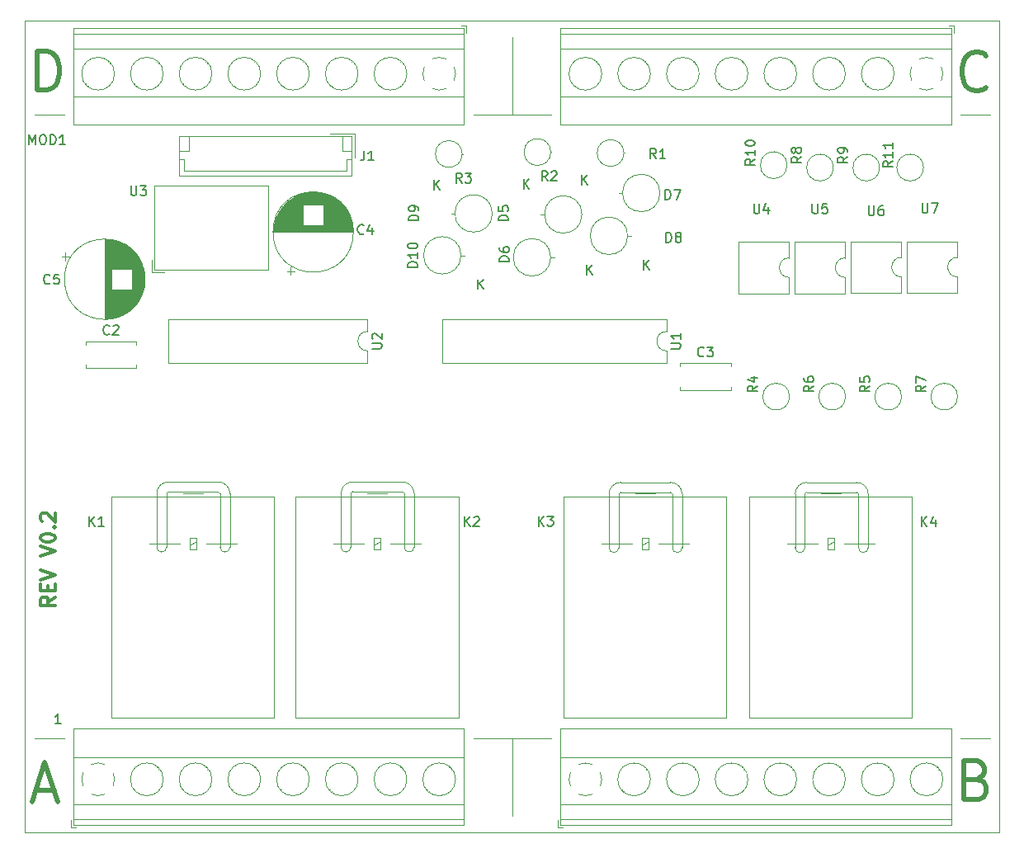
<source format=gbr>
%TF.GenerationSoftware,KiCad,Pcbnew,8.0.5*%
%TF.CreationDate,2025-03-13T21:04:31+01:00*%
%TF.ProjectId,esp32_blinds_controller,65737033-325f-4626-9c69-6e64735f636f,V0.2*%
%TF.SameCoordinates,Original*%
%TF.FileFunction,Legend,Top*%
%TF.FilePolarity,Positive*%
%FSLAX46Y46*%
G04 Gerber Fmt 4.6, Leading zero omitted, Abs format (unit mm)*
G04 Created by KiCad (PCBNEW 8.0.5) date 2025-03-13 21:04:31*
%MOMM*%
%LPD*%
G01*
G04 APERTURE LIST*
%ADD10C,0.300000*%
%ADD11C,0.150000*%
%ADD12C,0.500000*%
%ADD13C,0.120000*%
%TA.AperFunction,Profile*%
%ADD14C,0.050000*%
%TD*%
%TA.AperFunction,Profile*%
%ADD15C,0.120000*%
%TD*%
G04 APERTURE END LIST*
D10*
X104268256Y-114863774D02*
X103553970Y-115363774D01*
X104268256Y-115720917D02*
X102768256Y-115720917D01*
X102768256Y-115720917D02*
X102768256Y-115149488D01*
X102768256Y-115149488D02*
X102839685Y-115006631D01*
X102839685Y-115006631D02*
X102911113Y-114935202D01*
X102911113Y-114935202D02*
X103053970Y-114863774D01*
X103053970Y-114863774D02*
X103268256Y-114863774D01*
X103268256Y-114863774D02*
X103411113Y-114935202D01*
X103411113Y-114935202D02*
X103482542Y-115006631D01*
X103482542Y-115006631D02*
X103553970Y-115149488D01*
X103553970Y-115149488D02*
X103553970Y-115720917D01*
X103482542Y-114220917D02*
X103482542Y-113720917D01*
X104268256Y-113506631D02*
X104268256Y-114220917D01*
X104268256Y-114220917D02*
X102768256Y-114220917D01*
X102768256Y-114220917D02*
X102768256Y-113506631D01*
X102768256Y-113078059D02*
X104268256Y-112578059D01*
X104268256Y-112578059D02*
X102768256Y-112078059D01*
X102768256Y-110649488D02*
X104268256Y-110149488D01*
X104268256Y-110149488D02*
X102768256Y-109649488D01*
X102768256Y-108863774D02*
X102768256Y-108720917D01*
X102768256Y-108720917D02*
X102839685Y-108578060D01*
X102839685Y-108578060D02*
X102911113Y-108506632D01*
X102911113Y-108506632D02*
X103053970Y-108435203D01*
X103053970Y-108435203D02*
X103339685Y-108363774D01*
X103339685Y-108363774D02*
X103696828Y-108363774D01*
X103696828Y-108363774D02*
X103982542Y-108435203D01*
X103982542Y-108435203D02*
X104125399Y-108506632D01*
X104125399Y-108506632D02*
X104196828Y-108578060D01*
X104196828Y-108578060D02*
X104268256Y-108720917D01*
X104268256Y-108720917D02*
X104268256Y-108863774D01*
X104268256Y-108863774D02*
X104196828Y-109006632D01*
X104196828Y-109006632D02*
X104125399Y-109078060D01*
X104125399Y-109078060D02*
X103982542Y-109149489D01*
X103982542Y-109149489D02*
X103696828Y-109220917D01*
X103696828Y-109220917D02*
X103339685Y-109220917D01*
X103339685Y-109220917D02*
X103053970Y-109149489D01*
X103053970Y-109149489D02*
X102911113Y-109078060D01*
X102911113Y-109078060D02*
X102839685Y-109006632D01*
X102839685Y-109006632D02*
X102768256Y-108863774D01*
X104125399Y-107720918D02*
X104196828Y-107649489D01*
X104196828Y-107649489D02*
X104268256Y-107720918D01*
X104268256Y-107720918D02*
X104196828Y-107792346D01*
X104196828Y-107792346D02*
X104125399Y-107720918D01*
X104125399Y-107720918D02*
X104268256Y-107720918D01*
X102911113Y-107078060D02*
X102839685Y-107006632D01*
X102839685Y-107006632D02*
X102768256Y-106863775D01*
X102768256Y-106863775D02*
X102768256Y-106506632D01*
X102768256Y-106506632D02*
X102839685Y-106363775D01*
X102839685Y-106363775D02*
X102911113Y-106292346D01*
X102911113Y-106292346D02*
X103053970Y-106220917D01*
X103053970Y-106220917D02*
X103196828Y-106220917D01*
X103196828Y-106220917D02*
X103411113Y-106292346D01*
X103411113Y-106292346D02*
X104268256Y-107149489D01*
X104268256Y-107149489D02*
X104268256Y-106220917D01*
D11*
X104860588Y-127869819D02*
X104289160Y-127869819D01*
X104574874Y-127869819D02*
X104574874Y-126869819D01*
X104574874Y-126869819D02*
X104479636Y-127012676D01*
X104479636Y-127012676D02*
X104384398Y-127107914D01*
X104384398Y-127107914D02*
X104289160Y-127155533D01*
X135966666Y-69054819D02*
X135966666Y-69769104D01*
X135966666Y-69769104D02*
X135919047Y-69911961D01*
X135919047Y-69911961D02*
X135823809Y-70007200D01*
X135823809Y-70007200D02*
X135680952Y-70054819D01*
X135680952Y-70054819D02*
X135585714Y-70054819D01*
X136966666Y-70054819D02*
X136395238Y-70054819D01*
X136680952Y-70054819D02*
X136680952Y-69054819D01*
X136680952Y-69054819D02*
X136585714Y-69197676D01*
X136585714Y-69197676D02*
X136490476Y-69292914D01*
X136490476Y-69292914D02*
X136395238Y-69340533D01*
X135933333Y-77559580D02*
X135885714Y-77607200D01*
X135885714Y-77607200D02*
X135742857Y-77654819D01*
X135742857Y-77654819D02*
X135647619Y-77654819D01*
X135647619Y-77654819D02*
X135504762Y-77607200D01*
X135504762Y-77607200D02*
X135409524Y-77511961D01*
X135409524Y-77511961D02*
X135361905Y-77416723D01*
X135361905Y-77416723D02*
X135314286Y-77226247D01*
X135314286Y-77226247D02*
X135314286Y-77083390D01*
X135314286Y-77083390D02*
X135361905Y-76892914D01*
X135361905Y-76892914D02*
X135409524Y-76797676D01*
X135409524Y-76797676D02*
X135504762Y-76702438D01*
X135504762Y-76702438D02*
X135647619Y-76654819D01*
X135647619Y-76654819D02*
X135742857Y-76654819D01*
X135742857Y-76654819D02*
X135885714Y-76702438D01*
X135885714Y-76702438D02*
X135933333Y-76750057D01*
X136790476Y-76988152D02*
X136790476Y-77654819D01*
X136552381Y-76607200D02*
X136314286Y-77321485D01*
X136314286Y-77321485D02*
X136933333Y-77321485D01*
X193238095Y-74454819D02*
X193238095Y-75264342D01*
X193238095Y-75264342D02*
X193285714Y-75359580D01*
X193285714Y-75359580D02*
X193333333Y-75407200D01*
X193333333Y-75407200D02*
X193428571Y-75454819D01*
X193428571Y-75454819D02*
X193619047Y-75454819D01*
X193619047Y-75454819D02*
X193714285Y-75407200D01*
X193714285Y-75407200D02*
X193761904Y-75359580D01*
X193761904Y-75359580D02*
X193809523Y-75264342D01*
X193809523Y-75264342D02*
X193809523Y-74454819D01*
X194190476Y-74454819D02*
X194857142Y-74454819D01*
X194857142Y-74454819D02*
X194428571Y-75454819D01*
X182084819Y-93196666D02*
X181608628Y-93529999D01*
X182084819Y-93768094D02*
X181084819Y-93768094D01*
X181084819Y-93768094D02*
X181084819Y-93387142D01*
X181084819Y-93387142D02*
X181132438Y-93291904D01*
X181132438Y-93291904D02*
X181180057Y-93244285D01*
X181180057Y-93244285D02*
X181275295Y-93196666D01*
X181275295Y-93196666D02*
X181418152Y-93196666D01*
X181418152Y-93196666D02*
X181513390Y-93244285D01*
X181513390Y-93244285D02*
X181561009Y-93291904D01*
X181561009Y-93291904D02*
X181608628Y-93387142D01*
X181608628Y-93387142D02*
X181608628Y-93768094D01*
X181084819Y-92339523D02*
X181084819Y-92529999D01*
X181084819Y-92529999D02*
X181132438Y-92625237D01*
X181132438Y-92625237D02*
X181180057Y-92672856D01*
X181180057Y-92672856D02*
X181322914Y-92768094D01*
X181322914Y-92768094D02*
X181513390Y-92815713D01*
X181513390Y-92815713D02*
X181894342Y-92815713D01*
X181894342Y-92815713D02*
X181989580Y-92768094D01*
X181989580Y-92768094D02*
X182037200Y-92720475D01*
X182037200Y-92720475D02*
X182084819Y-92625237D01*
X182084819Y-92625237D02*
X182084819Y-92434761D01*
X182084819Y-92434761D02*
X182037200Y-92339523D01*
X182037200Y-92339523D02*
X181989580Y-92291904D01*
X181989580Y-92291904D02*
X181894342Y-92244285D01*
X181894342Y-92244285D02*
X181656247Y-92244285D01*
X181656247Y-92244285D02*
X181561009Y-92291904D01*
X181561009Y-92291904D02*
X181513390Y-92339523D01*
X181513390Y-92339523D02*
X181465771Y-92434761D01*
X181465771Y-92434761D02*
X181465771Y-92625237D01*
X181465771Y-92625237D02*
X181513390Y-92720475D01*
X181513390Y-92720475D02*
X181561009Y-92768094D01*
X181561009Y-92768094D02*
X181656247Y-92815713D01*
X146261905Y-107627319D02*
X146261905Y-106627319D01*
X146833333Y-107627319D02*
X146404762Y-107055890D01*
X146833333Y-106627319D02*
X146261905Y-107198747D01*
X147214286Y-106722557D02*
X147261905Y-106674938D01*
X147261905Y-106674938D02*
X147357143Y-106627319D01*
X147357143Y-106627319D02*
X147595238Y-106627319D01*
X147595238Y-106627319D02*
X147690476Y-106674938D01*
X147690476Y-106674938D02*
X147738095Y-106722557D01*
X147738095Y-106722557D02*
X147785714Y-106817795D01*
X147785714Y-106817795D02*
X147785714Y-106913033D01*
X147785714Y-106913033D02*
X147738095Y-107055890D01*
X147738095Y-107055890D02*
X147166667Y-107627319D01*
X147166667Y-107627319D02*
X147785714Y-107627319D01*
X154788333Y-72154819D02*
X154455000Y-71678628D01*
X154216905Y-72154819D02*
X154216905Y-71154819D01*
X154216905Y-71154819D02*
X154597857Y-71154819D01*
X154597857Y-71154819D02*
X154693095Y-71202438D01*
X154693095Y-71202438D02*
X154740714Y-71250057D01*
X154740714Y-71250057D02*
X154788333Y-71345295D01*
X154788333Y-71345295D02*
X154788333Y-71488152D01*
X154788333Y-71488152D02*
X154740714Y-71583390D01*
X154740714Y-71583390D02*
X154693095Y-71631009D01*
X154693095Y-71631009D02*
X154597857Y-71678628D01*
X154597857Y-71678628D02*
X154216905Y-71678628D01*
X155169286Y-71250057D02*
X155216905Y-71202438D01*
X155216905Y-71202438D02*
X155312143Y-71154819D01*
X155312143Y-71154819D02*
X155550238Y-71154819D01*
X155550238Y-71154819D02*
X155645476Y-71202438D01*
X155645476Y-71202438D02*
X155693095Y-71250057D01*
X155693095Y-71250057D02*
X155740714Y-71345295D01*
X155740714Y-71345295D02*
X155740714Y-71440533D01*
X155740714Y-71440533D02*
X155693095Y-71583390D01*
X155693095Y-71583390D02*
X155121667Y-72154819D01*
X155121667Y-72154819D02*
X155740714Y-72154819D01*
X141554819Y-76238094D02*
X140554819Y-76238094D01*
X140554819Y-76238094D02*
X140554819Y-75999999D01*
X140554819Y-75999999D02*
X140602438Y-75857142D01*
X140602438Y-75857142D02*
X140697676Y-75761904D01*
X140697676Y-75761904D02*
X140792914Y-75714285D01*
X140792914Y-75714285D02*
X140983390Y-75666666D01*
X140983390Y-75666666D02*
X141126247Y-75666666D01*
X141126247Y-75666666D02*
X141316723Y-75714285D01*
X141316723Y-75714285D02*
X141411961Y-75761904D01*
X141411961Y-75761904D02*
X141507200Y-75857142D01*
X141507200Y-75857142D02*
X141554819Y-75999999D01*
X141554819Y-75999999D02*
X141554819Y-76238094D01*
X141554819Y-75190475D02*
X141554819Y-74999999D01*
X141554819Y-74999999D02*
X141507200Y-74904761D01*
X141507200Y-74904761D02*
X141459580Y-74857142D01*
X141459580Y-74857142D02*
X141316723Y-74761904D01*
X141316723Y-74761904D02*
X141126247Y-74714285D01*
X141126247Y-74714285D02*
X140745295Y-74714285D01*
X140745295Y-74714285D02*
X140650057Y-74761904D01*
X140650057Y-74761904D02*
X140602438Y-74809523D01*
X140602438Y-74809523D02*
X140554819Y-74904761D01*
X140554819Y-74904761D02*
X140554819Y-75095237D01*
X140554819Y-75095237D02*
X140602438Y-75190475D01*
X140602438Y-75190475D02*
X140650057Y-75238094D01*
X140650057Y-75238094D02*
X140745295Y-75285713D01*
X140745295Y-75285713D02*
X140983390Y-75285713D01*
X140983390Y-75285713D02*
X141078628Y-75238094D01*
X141078628Y-75238094D02*
X141126247Y-75190475D01*
X141126247Y-75190475D02*
X141173866Y-75095237D01*
X141173866Y-75095237D02*
X141173866Y-74904761D01*
X141173866Y-74904761D02*
X141126247Y-74809523D01*
X141126247Y-74809523D02*
X141078628Y-74761904D01*
X141078628Y-74761904D02*
X140983390Y-74714285D01*
X143138095Y-73054819D02*
X143138095Y-72054819D01*
X143709523Y-73054819D02*
X143280952Y-72483390D01*
X143709523Y-72054819D02*
X143138095Y-72626247D01*
X136784819Y-89371904D02*
X137594342Y-89371904D01*
X137594342Y-89371904D02*
X137689580Y-89324285D01*
X137689580Y-89324285D02*
X137737200Y-89276666D01*
X137737200Y-89276666D02*
X137784819Y-89181428D01*
X137784819Y-89181428D02*
X137784819Y-88990952D01*
X137784819Y-88990952D02*
X137737200Y-88895714D01*
X137737200Y-88895714D02*
X137689580Y-88848095D01*
X137689580Y-88848095D02*
X137594342Y-88800476D01*
X137594342Y-88800476D02*
X136784819Y-88800476D01*
X136880057Y-88371904D02*
X136832438Y-88324285D01*
X136832438Y-88324285D02*
X136784819Y-88229047D01*
X136784819Y-88229047D02*
X136784819Y-87990952D01*
X136784819Y-87990952D02*
X136832438Y-87895714D01*
X136832438Y-87895714D02*
X136880057Y-87848095D01*
X136880057Y-87848095D02*
X136975295Y-87800476D01*
X136975295Y-87800476D02*
X137070533Y-87800476D01*
X137070533Y-87800476D02*
X137213390Y-87848095D01*
X137213390Y-87848095D02*
X137784819Y-88419523D01*
X137784819Y-88419523D02*
X137784819Y-87800476D01*
X185584819Y-69691666D02*
X185108628Y-70024999D01*
X185584819Y-70263094D02*
X184584819Y-70263094D01*
X184584819Y-70263094D02*
X184584819Y-69882142D01*
X184584819Y-69882142D02*
X184632438Y-69786904D01*
X184632438Y-69786904D02*
X184680057Y-69739285D01*
X184680057Y-69739285D02*
X184775295Y-69691666D01*
X184775295Y-69691666D02*
X184918152Y-69691666D01*
X184918152Y-69691666D02*
X185013390Y-69739285D01*
X185013390Y-69739285D02*
X185061009Y-69786904D01*
X185061009Y-69786904D02*
X185108628Y-69882142D01*
X185108628Y-69882142D02*
X185108628Y-70263094D01*
X185584819Y-69215475D02*
X185584819Y-69024999D01*
X185584819Y-69024999D02*
X185537200Y-68929761D01*
X185537200Y-68929761D02*
X185489580Y-68882142D01*
X185489580Y-68882142D02*
X185346723Y-68786904D01*
X185346723Y-68786904D02*
X185156247Y-68739285D01*
X185156247Y-68739285D02*
X184775295Y-68739285D01*
X184775295Y-68739285D02*
X184680057Y-68786904D01*
X184680057Y-68786904D02*
X184632438Y-68834523D01*
X184632438Y-68834523D02*
X184584819Y-68929761D01*
X184584819Y-68929761D02*
X184584819Y-69120237D01*
X184584819Y-69120237D02*
X184632438Y-69215475D01*
X184632438Y-69215475D02*
X184680057Y-69263094D01*
X184680057Y-69263094D02*
X184775295Y-69310713D01*
X184775295Y-69310713D02*
X185013390Y-69310713D01*
X185013390Y-69310713D02*
X185108628Y-69263094D01*
X185108628Y-69263094D02*
X185156247Y-69215475D01*
X185156247Y-69215475D02*
X185203866Y-69120237D01*
X185203866Y-69120237D02*
X185203866Y-68929761D01*
X185203866Y-68929761D02*
X185156247Y-68834523D01*
X185156247Y-68834523D02*
X185108628Y-68786904D01*
X185108628Y-68786904D02*
X185013390Y-68739285D01*
X193161905Y-107627319D02*
X193161905Y-106627319D01*
X193733333Y-107627319D02*
X193304762Y-107055890D01*
X193733333Y-106627319D02*
X193161905Y-107198747D01*
X194590476Y-106960652D02*
X194590476Y-107627319D01*
X194352381Y-106579700D02*
X194114286Y-107293985D01*
X194114286Y-107293985D02*
X194733333Y-107293985D01*
X180834819Y-69691666D02*
X180358628Y-70024999D01*
X180834819Y-70263094D02*
X179834819Y-70263094D01*
X179834819Y-70263094D02*
X179834819Y-69882142D01*
X179834819Y-69882142D02*
X179882438Y-69786904D01*
X179882438Y-69786904D02*
X179930057Y-69739285D01*
X179930057Y-69739285D02*
X180025295Y-69691666D01*
X180025295Y-69691666D02*
X180168152Y-69691666D01*
X180168152Y-69691666D02*
X180263390Y-69739285D01*
X180263390Y-69739285D02*
X180311009Y-69786904D01*
X180311009Y-69786904D02*
X180358628Y-69882142D01*
X180358628Y-69882142D02*
X180358628Y-70263094D01*
X180263390Y-69120237D02*
X180215771Y-69215475D01*
X180215771Y-69215475D02*
X180168152Y-69263094D01*
X180168152Y-69263094D02*
X180072914Y-69310713D01*
X180072914Y-69310713D02*
X180025295Y-69310713D01*
X180025295Y-69310713D02*
X179930057Y-69263094D01*
X179930057Y-69263094D02*
X179882438Y-69215475D01*
X179882438Y-69215475D02*
X179834819Y-69120237D01*
X179834819Y-69120237D02*
X179834819Y-68929761D01*
X179834819Y-68929761D02*
X179882438Y-68834523D01*
X179882438Y-68834523D02*
X179930057Y-68786904D01*
X179930057Y-68786904D02*
X180025295Y-68739285D01*
X180025295Y-68739285D02*
X180072914Y-68739285D01*
X180072914Y-68739285D02*
X180168152Y-68786904D01*
X180168152Y-68786904D02*
X180215771Y-68834523D01*
X180215771Y-68834523D02*
X180263390Y-68929761D01*
X180263390Y-68929761D02*
X180263390Y-69120237D01*
X180263390Y-69120237D02*
X180311009Y-69215475D01*
X180311009Y-69215475D02*
X180358628Y-69263094D01*
X180358628Y-69263094D02*
X180453866Y-69310713D01*
X180453866Y-69310713D02*
X180644342Y-69310713D01*
X180644342Y-69310713D02*
X180739580Y-69263094D01*
X180739580Y-69263094D02*
X180787200Y-69215475D01*
X180787200Y-69215475D02*
X180834819Y-69120237D01*
X180834819Y-69120237D02*
X180834819Y-68929761D01*
X180834819Y-68929761D02*
X180787200Y-68834523D01*
X180787200Y-68834523D02*
X180739580Y-68786904D01*
X180739580Y-68786904D02*
X180644342Y-68739285D01*
X180644342Y-68739285D02*
X180453866Y-68739285D01*
X180453866Y-68739285D02*
X180358628Y-68786904D01*
X180358628Y-68786904D02*
X180311009Y-68834523D01*
X180311009Y-68834523D02*
X180263390Y-68929761D01*
X187738095Y-74704819D02*
X187738095Y-75514342D01*
X187738095Y-75514342D02*
X187785714Y-75609580D01*
X187785714Y-75609580D02*
X187833333Y-75657200D01*
X187833333Y-75657200D02*
X187928571Y-75704819D01*
X187928571Y-75704819D02*
X188119047Y-75704819D01*
X188119047Y-75704819D02*
X188214285Y-75657200D01*
X188214285Y-75657200D02*
X188261904Y-75609580D01*
X188261904Y-75609580D02*
X188309523Y-75514342D01*
X188309523Y-75514342D02*
X188309523Y-74704819D01*
X189214285Y-74704819D02*
X189023809Y-74704819D01*
X189023809Y-74704819D02*
X188928571Y-74752438D01*
X188928571Y-74752438D02*
X188880952Y-74800057D01*
X188880952Y-74800057D02*
X188785714Y-74942914D01*
X188785714Y-74942914D02*
X188738095Y-75133390D01*
X188738095Y-75133390D02*
X188738095Y-75514342D01*
X188738095Y-75514342D02*
X188785714Y-75609580D01*
X188785714Y-75609580D02*
X188833333Y-75657200D01*
X188833333Y-75657200D02*
X188928571Y-75704819D01*
X188928571Y-75704819D02*
X189119047Y-75704819D01*
X189119047Y-75704819D02*
X189214285Y-75657200D01*
X189214285Y-75657200D02*
X189261904Y-75609580D01*
X189261904Y-75609580D02*
X189309523Y-75514342D01*
X189309523Y-75514342D02*
X189309523Y-75276247D01*
X189309523Y-75276247D02*
X189261904Y-75181009D01*
X189261904Y-75181009D02*
X189214285Y-75133390D01*
X189214285Y-75133390D02*
X189119047Y-75085771D01*
X189119047Y-75085771D02*
X188928571Y-75085771D01*
X188928571Y-75085771D02*
X188833333Y-75133390D01*
X188833333Y-75133390D02*
X188785714Y-75181009D01*
X188785714Y-75181009D02*
X188738095Y-75276247D01*
X165933333Y-69854819D02*
X165600000Y-69378628D01*
X165361905Y-69854819D02*
X165361905Y-68854819D01*
X165361905Y-68854819D02*
X165742857Y-68854819D01*
X165742857Y-68854819D02*
X165838095Y-68902438D01*
X165838095Y-68902438D02*
X165885714Y-68950057D01*
X165885714Y-68950057D02*
X165933333Y-69045295D01*
X165933333Y-69045295D02*
X165933333Y-69188152D01*
X165933333Y-69188152D02*
X165885714Y-69283390D01*
X165885714Y-69283390D02*
X165838095Y-69331009D01*
X165838095Y-69331009D02*
X165742857Y-69378628D01*
X165742857Y-69378628D02*
X165361905Y-69378628D01*
X166885714Y-69854819D02*
X166314286Y-69854819D01*
X166600000Y-69854819D02*
X166600000Y-68854819D01*
X166600000Y-68854819D02*
X166504762Y-68997676D01*
X166504762Y-68997676D02*
X166409524Y-69092914D01*
X166409524Y-69092914D02*
X166314286Y-69140533D01*
X176334819Y-93191666D02*
X175858628Y-93524999D01*
X176334819Y-93763094D02*
X175334819Y-93763094D01*
X175334819Y-93763094D02*
X175334819Y-93382142D01*
X175334819Y-93382142D02*
X175382438Y-93286904D01*
X175382438Y-93286904D02*
X175430057Y-93239285D01*
X175430057Y-93239285D02*
X175525295Y-93191666D01*
X175525295Y-93191666D02*
X175668152Y-93191666D01*
X175668152Y-93191666D02*
X175763390Y-93239285D01*
X175763390Y-93239285D02*
X175811009Y-93286904D01*
X175811009Y-93286904D02*
X175858628Y-93382142D01*
X175858628Y-93382142D02*
X175858628Y-93763094D01*
X175668152Y-92334523D02*
X176334819Y-92334523D01*
X175287200Y-92572618D02*
X176001485Y-92810713D01*
X176001485Y-92810713D02*
X176001485Y-92191666D01*
X150754819Y-76238094D02*
X149754819Y-76238094D01*
X149754819Y-76238094D02*
X149754819Y-75999999D01*
X149754819Y-75999999D02*
X149802438Y-75857142D01*
X149802438Y-75857142D02*
X149897676Y-75761904D01*
X149897676Y-75761904D02*
X149992914Y-75714285D01*
X149992914Y-75714285D02*
X150183390Y-75666666D01*
X150183390Y-75666666D02*
X150326247Y-75666666D01*
X150326247Y-75666666D02*
X150516723Y-75714285D01*
X150516723Y-75714285D02*
X150611961Y-75761904D01*
X150611961Y-75761904D02*
X150707200Y-75857142D01*
X150707200Y-75857142D02*
X150754819Y-75999999D01*
X150754819Y-75999999D02*
X150754819Y-76238094D01*
X149754819Y-74761904D02*
X149754819Y-75238094D01*
X149754819Y-75238094D02*
X150231009Y-75285713D01*
X150231009Y-75285713D02*
X150183390Y-75238094D01*
X150183390Y-75238094D02*
X150135771Y-75142856D01*
X150135771Y-75142856D02*
X150135771Y-74904761D01*
X150135771Y-74904761D02*
X150183390Y-74809523D01*
X150183390Y-74809523D02*
X150231009Y-74761904D01*
X150231009Y-74761904D02*
X150326247Y-74714285D01*
X150326247Y-74714285D02*
X150564342Y-74714285D01*
X150564342Y-74714285D02*
X150659580Y-74761904D01*
X150659580Y-74761904D02*
X150707200Y-74809523D01*
X150707200Y-74809523D02*
X150754819Y-74904761D01*
X150754819Y-74904761D02*
X150754819Y-75142856D01*
X150754819Y-75142856D02*
X150707200Y-75238094D01*
X150707200Y-75238094D02*
X150659580Y-75285713D01*
X152338095Y-72954819D02*
X152338095Y-71954819D01*
X152909523Y-72954819D02*
X152480952Y-72383390D01*
X152909523Y-71954819D02*
X152338095Y-72526247D01*
X176084819Y-69917857D02*
X175608628Y-70251190D01*
X176084819Y-70489285D02*
X175084819Y-70489285D01*
X175084819Y-70489285D02*
X175084819Y-70108333D01*
X175084819Y-70108333D02*
X175132438Y-70013095D01*
X175132438Y-70013095D02*
X175180057Y-69965476D01*
X175180057Y-69965476D02*
X175275295Y-69917857D01*
X175275295Y-69917857D02*
X175418152Y-69917857D01*
X175418152Y-69917857D02*
X175513390Y-69965476D01*
X175513390Y-69965476D02*
X175561009Y-70013095D01*
X175561009Y-70013095D02*
X175608628Y-70108333D01*
X175608628Y-70108333D02*
X175608628Y-70489285D01*
X176084819Y-68965476D02*
X176084819Y-69536904D01*
X176084819Y-69251190D02*
X175084819Y-69251190D01*
X175084819Y-69251190D02*
X175227676Y-69346428D01*
X175227676Y-69346428D02*
X175322914Y-69441666D01*
X175322914Y-69441666D02*
X175370533Y-69536904D01*
X175084819Y-68346428D02*
X175084819Y-68251190D01*
X175084819Y-68251190D02*
X175132438Y-68155952D01*
X175132438Y-68155952D02*
X175180057Y-68108333D01*
X175180057Y-68108333D02*
X175275295Y-68060714D01*
X175275295Y-68060714D02*
X175465771Y-68013095D01*
X175465771Y-68013095D02*
X175703866Y-68013095D01*
X175703866Y-68013095D02*
X175894342Y-68060714D01*
X175894342Y-68060714D02*
X175989580Y-68108333D01*
X175989580Y-68108333D02*
X176037200Y-68155952D01*
X176037200Y-68155952D02*
X176084819Y-68251190D01*
X176084819Y-68251190D02*
X176084819Y-68346428D01*
X176084819Y-68346428D02*
X176037200Y-68441666D01*
X176037200Y-68441666D02*
X175989580Y-68489285D01*
X175989580Y-68489285D02*
X175894342Y-68536904D01*
X175894342Y-68536904D02*
X175703866Y-68584523D01*
X175703866Y-68584523D02*
X175465771Y-68584523D01*
X175465771Y-68584523D02*
X175275295Y-68536904D01*
X175275295Y-68536904D02*
X175180057Y-68489285D01*
X175180057Y-68489285D02*
X175132438Y-68441666D01*
X175132438Y-68441666D02*
X175084819Y-68346428D01*
X107761905Y-107577319D02*
X107761905Y-106577319D01*
X108333333Y-107577319D02*
X107904762Y-107005890D01*
X108333333Y-106577319D02*
X107761905Y-107148747D01*
X109285714Y-107577319D02*
X108714286Y-107577319D01*
X109000000Y-107577319D02*
X109000000Y-106577319D01*
X109000000Y-106577319D02*
X108904762Y-106720176D01*
X108904762Y-106720176D02*
X108809524Y-106815414D01*
X108809524Y-106815414D02*
X108714286Y-106863033D01*
X166861905Y-74054819D02*
X166861905Y-73054819D01*
X166861905Y-73054819D02*
X167100000Y-73054819D01*
X167100000Y-73054819D02*
X167242857Y-73102438D01*
X167242857Y-73102438D02*
X167338095Y-73197676D01*
X167338095Y-73197676D02*
X167385714Y-73292914D01*
X167385714Y-73292914D02*
X167433333Y-73483390D01*
X167433333Y-73483390D02*
X167433333Y-73626247D01*
X167433333Y-73626247D02*
X167385714Y-73816723D01*
X167385714Y-73816723D02*
X167338095Y-73911961D01*
X167338095Y-73911961D02*
X167242857Y-74007200D01*
X167242857Y-74007200D02*
X167100000Y-74054819D01*
X167100000Y-74054819D02*
X166861905Y-74054819D01*
X167766667Y-73054819D02*
X168433333Y-73054819D01*
X168433333Y-73054819D02*
X168004762Y-74054819D01*
X158338095Y-72554819D02*
X158338095Y-71554819D01*
X158909523Y-72554819D02*
X158480952Y-71983390D01*
X158909523Y-71554819D02*
X158338095Y-72126247D01*
X166961905Y-78454819D02*
X166961905Y-77454819D01*
X166961905Y-77454819D02*
X167200000Y-77454819D01*
X167200000Y-77454819D02*
X167342857Y-77502438D01*
X167342857Y-77502438D02*
X167438095Y-77597676D01*
X167438095Y-77597676D02*
X167485714Y-77692914D01*
X167485714Y-77692914D02*
X167533333Y-77883390D01*
X167533333Y-77883390D02*
X167533333Y-78026247D01*
X167533333Y-78026247D02*
X167485714Y-78216723D01*
X167485714Y-78216723D02*
X167438095Y-78311961D01*
X167438095Y-78311961D02*
X167342857Y-78407200D01*
X167342857Y-78407200D02*
X167200000Y-78454819D01*
X167200000Y-78454819D02*
X166961905Y-78454819D01*
X168104762Y-77883390D02*
X168009524Y-77835771D01*
X168009524Y-77835771D02*
X167961905Y-77788152D01*
X167961905Y-77788152D02*
X167914286Y-77692914D01*
X167914286Y-77692914D02*
X167914286Y-77645295D01*
X167914286Y-77645295D02*
X167961905Y-77550057D01*
X167961905Y-77550057D02*
X168009524Y-77502438D01*
X168009524Y-77502438D02*
X168104762Y-77454819D01*
X168104762Y-77454819D02*
X168295238Y-77454819D01*
X168295238Y-77454819D02*
X168390476Y-77502438D01*
X168390476Y-77502438D02*
X168438095Y-77550057D01*
X168438095Y-77550057D02*
X168485714Y-77645295D01*
X168485714Y-77645295D02*
X168485714Y-77692914D01*
X168485714Y-77692914D02*
X168438095Y-77788152D01*
X168438095Y-77788152D02*
X168390476Y-77835771D01*
X168390476Y-77835771D02*
X168295238Y-77883390D01*
X168295238Y-77883390D02*
X168104762Y-77883390D01*
X168104762Y-77883390D02*
X168009524Y-77931009D01*
X168009524Y-77931009D02*
X167961905Y-77978628D01*
X167961905Y-77978628D02*
X167914286Y-78073866D01*
X167914286Y-78073866D02*
X167914286Y-78264342D01*
X167914286Y-78264342D02*
X167961905Y-78359580D01*
X167961905Y-78359580D02*
X168009524Y-78407200D01*
X168009524Y-78407200D02*
X168104762Y-78454819D01*
X168104762Y-78454819D02*
X168295238Y-78454819D01*
X168295238Y-78454819D02*
X168390476Y-78407200D01*
X168390476Y-78407200D02*
X168438095Y-78359580D01*
X168438095Y-78359580D02*
X168485714Y-78264342D01*
X168485714Y-78264342D02*
X168485714Y-78073866D01*
X168485714Y-78073866D02*
X168438095Y-77978628D01*
X168438095Y-77978628D02*
X168390476Y-77931009D01*
X168390476Y-77931009D02*
X168295238Y-77883390D01*
X164688095Y-81254819D02*
X164688095Y-80254819D01*
X165259523Y-81254819D02*
X164830952Y-80683390D01*
X165259523Y-80254819D02*
X164688095Y-80826247D01*
X181963095Y-74504819D02*
X181963095Y-75314342D01*
X181963095Y-75314342D02*
X182010714Y-75409580D01*
X182010714Y-75409580D02*
X182058333Y-75457200D01*
X182058333Y-75457200D02*
X182153571Y-75504819D01*
X182153571Y-75504819D02*
X182344047Y-75504819D01*
X182344047Y-75504819D02*
X182439285Y-75457200D01*
X182439285Y-75457200D02*
X182486904Y-75409580D01*
X182486904Y-75409580D02*
X182534523Y-75314342D01*
X182534523Y-75314342D02*
X182534523Y-74504819D01*
X183486904Y-74504819D02*
X183010714Y-74504819D01*
X183010714Y-74504819D02*
X182963095Y-74981009D01*
X182963095Y-74981009D02*
X183010714Y-74933390D01*
X183010714Y-74933390D02*
X183105952Y-74885771D01*
X183105952Y-74885771D02*
X183344047Y-74885771D01*
X183344047Y-74885771D02*
X183439285Y-74933390D01*
X183439285Y-74933390D02*
X183486904Y-74981009D01*
X183486904Y-74981009D02*
X183534523Y-75076247D01*
X183534523Y-75076247D02*
X183534523Y-75314342D01*
X183534523Y-75314342D02*
X183486904Y-75409580D01*
X183486904Y-75409580D02*
X183439285Y-75457200D01*
X183439285Y-75457200D02*
X183344047Y-75504819D01*
X183344047Y-75504819D02*
X183105952Y-75504819D01*
X183105952Y-75504819D02*
X183010714Y-75457200D01*
X183010714Y-75457200D02*
X182963095Y-75409580D01*
X141454819Y-81014285D02*
X140454819Y-81014285D01*
X140454819Y-81014285D02*
X140454819Y-80776190D01*
X140454819Y-80776190D02*
X140502438Y-80633333D01*
X140502438Y-80633333D02*
X140597676Y-80538095D01*
X140597676Y-80538095D02*
X140692914Y-80490476D01*
X140692914Y-80490476D02*
X140883390Y-80442857D01*
X140883390Y-80442857D02*
X141026247Y-80442857D01*
X141026247Y-80442857D02*
X141216723Y-80490476D01*
X141216723Y-80490476D02*
X141311961Y-80538095D01*
X141311961Y-80538095D02*
X141407200Y-80633333D01*
X141407200Y-80633333D02*
X141454819Y-80776190D01*
X141454819Y-80776190D02*
X141454819Y-81014285D01*
X141454819Y-79490476D02*
X141454819Y-80061904D01*
X141454819Y-79776190D02*
X140454819Y-79776190D01*
X140454819Y-79776190D02*
X140597676Y-79871428D01*
X140597676Y-79871428D02*
X140692914Y-79966666D01*
X140692914Y-79966666D02*
X140740533Y-80061904D01*
X140454819Y-78871428D02*
X140454819Y-78776190D01*
X140454819Y-78776190D02*
X140502438Y-78680952D01*
X140502438Y-78680952D02*
X140550057Y-78633333D01*
X140550057Y-78633333D02*
X140645295Y-78585714D01*
X140645295Y-78585714D02*
X140835771Y-78538095D01*
X140835771Y-78538095D02*
X141073866Y-78538095D01*
X141073866Y-78538095D02*
X141264342Y-78585714D01*
X141264342Y-78585714D02*
X141359580Y-78633333D01*
X141359580Y-78633333D02*
X141407200Y-78680952D01*
X141407200Y-78680952D02*
X141454819Y-78776190D01*
X141454819Y-78776190D02*
X141454819Y-78871428D01*
X141454819Y-78871428D02*
X141407200Y-78966666D01*
X141407200Y-78966666D02*
X141359580Y-79014285D01*
X141359580Y-79014285D02*
X141264342Y-79061904D01*
X141264342Y-79061904D02*
X141073866Y-79109523D01*
X141073866Y-79109523D02*
X140835771Y-79109523D01*
X140835771Y-79109523D02*
X140645295Y-79061904D01*
X140645295Y-79061904D02*
X140550057Y-79014285D01*
X140550057Y-79014285D02*
X140502438Y-78966666D01*
X140502438Y-78966666D02*
X140454819Y-78871428D01*
X147638095Y-83254819D02*
X147638095Y-82254819D01*
X148209523Y-83254819D02*
X147780952Y-82683390D01*
X148209523Y-82254819D02*
X147638095Y-82826247D01*
X167464819Y-89371904D02*
X168274342Y-89371904D01*
X168274342Y-89371904D02*
X168369580Y-89324285D01*
X168369580Y-89324285D02*
X168417200Y-89276666D01*
X168417200Y-89276666D02*
X168464819Y-89181428D01*
X168464819Y-89181428D02*
X168464819Y-88990952D01*
X168464819Y-88990952D02*
X168417200Y-88895714D01*
X168417200Y-88895714D02*
X168369580Y-88848095D01*
X168369580Y-88848095D02*
X168274342Y-88800476D01*
X168274342Y-88800476D02*
X167464819Y-88800476D01*
X168464819Y-87800476D02*
X168464819Y-88371904D01*
X168464819Y-88086190D02*
X167464819Y-88086190D01*
X167464819Y-88086190D02*
X167607676Y-88181428D01*
X167607676Y-88181428D02*
X167702914Y-88276666D01*
X167702914Y-88276666D02*
X167750533Y-88371904D01*
X145988333Y-72354819D02*
X145655000Y-71878628D01*
X145416905Y-72354819D02*
X145416905Y-71354819D01*
X145416905Y-71354819D02*
X145797857Y-71354819D01*
X145797857Y-71354819D02*
X145893095Y-71402438D01*
X145893095Y-71402438D02*
X145940714Y-71450057D01*
X145940714Y-71450057D02*
X145988333Y-71545295D01*
X145988333Y-71545295D02*
X145988333Y-71688152D01*
X145988333Y-71688152D02*
X145940714Y-71783390D01*
X145940714Y-71783390D02*
X145893095Y-71831009D01*
X145893095Y-71831009D02*
X145797857Y-71878628D01*
X145797857Y-71878628D02*
X145416905Y-71878628D01*
X146321667Y-71354819D02*
X146940714Y-71354819D01*
X146940714Y-71354819D02*
X146607381Y-71735771D01*
X146607381Y-71735771D02*
X146750238Y-71735771D01*
X146750238Y-71735771D02*
X146845476Y-71783390D01*
X146845476Y-71783390D02*
X146893095Y-71831009D01*
X146893095Y-71831009D02*
X146940714Y-71926247D01*
X146940714Y-71926247D02*
X146940714Y-72164342D01*
X146940714Y-72164342D02*
X146893095Y-72259580D01*
X146893095Y-72259580D02*
X146845476Y-72307200D01*
X146845476Y-72307200D02*
X146750238Y-72354819D01*
X146750238Y-72354819D02*
X146464524Y-72354819D01*
X146464524Y-72354819D02*
X146369286Y-72307200D01*
X146369286Y-72307200D02*
X146321667Y-72259580D01*
X101581667Y-68424819D02*
X101581667Y-67424819D01*
X101581667Y-67424819D02*
X101915000Y-68139104D01*
X101915000Y-68139104D02*
X102248333Y-67424819D01*
X102248333Y-67424819D02*
X102248333Y-68424819D01*
X102915000Y-67424819D02*
X103105476Y-67424819D01*
X103105476Y-67424819D02*
X103200714Y-67472438D01*
X103200714Y-67472438D02*
X103295952Y-67567676D01*
X103295952Y-67567676D02*
X103343571Y-67758152D01*
X103343571Y-67758152D02*
X103343571Y-68091485D01*
X103343571Y-68091485D02*
X103295952Y-68281961D01*
X103295952Y-68281961D02*
X103200714Y-68377200D01*
X103200714Y-68377200D02*
X103105476Y-68424819D01*
X103105476Y-68424819D02*
X102915000Y-68424819D01*
X102915000Y-68424819D02*
X102819762Y-68377200D01*
X102819762Y-68377200D02*
X102724524Y-68281961D01*
X102724524Y-68281961D02*
X102676905Y-68091485D01*
X102676905Y-68091485D02*
X102676905Y-67758152D01*
X102676905Y-67758152D02*
X102724524Y-67567676D01*
X102724524Y-67567676D02*
X102819762Y-67472438D01*
X102819762Y-67472438D02*
X102915000Y-67424819D01*
X103772143Y-68424819D02*
X103772143Y-67424819D01*
X103772143Y-67424819D02*
X104010238Y-67424819D01*
X104010238Y-67424819D02*
X104153095Y-67472438D01*
X104153095Y-67472438D02*
X104248333Y-67567676D01*
X104248333Y-67567676D02*
X104295952Y-67662914D01*
X104295952Y-67662914D02*
X104343571Y-67853390D01*
X104343571Y-67853390D02*
X104343571Y-67996247D01*
X104343571Y-67996247D02*
X104295952Y-68186723D01*
X104295952Y-68186723D02*
X104248333Y-68281961D01*
X104248333Y-68281961D02*
X104153095Y-68377200D01*
X104153095Y-68377200D02*
X104010238Y-68424819D01*
X104010238Y-68424819D02*
X103772143Y-68424819D01*
X105295952Y-68424819D02*
X104724524Y-68424819D01*
X105010238Y-68424819D02*
X105010238Y-67424819D01*
X105010238Y-67424819D02*
X104915000Y-67567676D01*
X104915000Y-67567676D02*
X104819762Y-67662914D01*
X104819762Y-67662914D02*
X104724524Y-67710533D01*
D12*
X102265851Y-134711619D02*
X104170613Y-134711619D01*
X101884899Y-135854476D02*
X103218232Y-131854476D01*
X103218232Y-131854476D02*
X104551566Y-135854476D01*
X199802042Y-62564523D02*
X199611566Y-62755000D01*
X199611566Y-62755000D02*
X199040137Y-62945476D01*
X199040137Y-62945476D02*
X198659185Y-62945476D01*
X198659185Y-62945476D02*
X198087756Y-62755000D01*
X198087756Y-62755000D02*
X197706804Y-62374047D01*
X197706804Y-62374047D02*
X197516327Y-61993095D01*
X197516327Y-61993095D02*
X197325851Y-61231190D01*
X197325851Y-61231190D02*
X197325851Y-60659761D01*
X197325851Y-60659761D02*
X197516327Y-59897857D01*
X197516327Y-59897857D02*
X197706804Y-59516904D01*
X197706804Y-59516904D02*
X198087756Y-59135952D01*
X198087756Y-59135952D02*
X198659185Y-58945476D01*
X198659185Y-58945476D02*
X199040137Y-58945476D01*
X199040137Y-58945476D02*
X199611566Y-59135952D01*
X199611566Y-59135952D02*
X199802042Y-59326428D01*
X198849661Y-133569238D02*
X199421089Y-133759714D01*
X199421089Y-133759714D02*
X199611566Y-133950190D01*
X199611566Y-133950190D02*
X199802042Y-134331142D01*
X199802042Y-134331142D02*
X199802042Y-134902571D01*
X199802042Y-134902571D02*
X199611566Y-135283523D01*
X199611566Y-135283523D02*
X199421089Y-135474000D01*
X199421089Y-135474000D02*
X199040137Y-135664476D01*
X199040137Y-135664476D02*
X197516327Y-135664476D01*
X197516327Y-135664476D02*
X197516327Y-131664476D01*
X197516327Y-131664476D02*
X198849661Y-131664476D01*
X198849661Y-131664476D02*
X199230613Y-131854952D01*
X199230613Y-131854952D02*
X199421089Y-132045428D01*
X199421089Y-132045428D02*
X199611566Y-132426380D01*
X199611566Y-132426380D02*
X199611566Y-132807333D01*
X199611566Y-132807333D02*
X199421089Y-133188285D01*
X199421089Y-133188285D02*
X199230613Y-133378761D01*
X199230613Y-133378761D02*
X198849661Y-133569238D01*
X198849661Y-133569238D02*
X197516327Y-133569238D01*
X102456327Y-62854476D02*
X102456327Y-58854476D01*
X102456327Y-58854476D02*
X103408708Y-58854476D01*
X103408708Y-58854476D02*
X103980137Y-59044952D01*
X103980137Y-59044952D02*
X104361089Y-59425904D01*
X104361089Y-59425904D02*
X104551566Y-59806857D01*
X104551566Y-59806857D02*
X104742042Y-60568761D01*
X104742042Y-60568761D02*
X104742042Y-61140190D01*
X104742042Y-61140190D02*
X104551566Y-61902095D01*
X104551566Y-61902095D02*
X104361089Y-62283047D01*
X104361089Y-62283047D02*
X103980137Y-62664000D01*
X103980137Y-62664000D02*
X103408708Y-62854476D01*
X103408708Y-62854476D02*
X102456327Y-62854476D01*
D11*
X175963095Y-74504819D02*
X175963095Y-75314342D01*
X175963095Y-75314342D02*
X176010714Y-75409580D01*
X176010714Y-75409580D02*
X176058333Y-75457200D01*
X176058333Y-75457200D02*
X176153571Y-75504819D01*
X176153571Y-75504819D02*
X176344047Y-75504819D01*
X176344047Y-75504819D02*
X176439285Y-75457200D01*
X176439285Y-75457200D02*
X176486904Y-75409580D01*
X176486904Y-75409580D02*
X176534523Y-75314342D01*
X176534523Y-75314342D02*
X176534523Y-74504819D01*
X177439285Y-74838152D02*
X177439285Y-75504819D01*
X177201190Y-74457200D02*
X176963095Y-75171485D01*
X176963095Y-75171485D02*
X177582142Y-75171485D01*
X193584819Y-93196666D02*
X193108628Y-93529999D01*
X193584819Y-93768094D02*
X192584819Y-93768094D01*
X192584819Y-93768094D02*
X192584819Y-93387142D01*
X192584819Y-93387142D02*
X192632438Y-93291904D01*
X192632438Y-93291904D02*
X192680057Y-93244285D01*
X192680057Y-93244285D02*
X192775295Y-93196666D01*
X192775295Y-93196666D02*
X192918152Y-93196666D01*
X192918152Y-93196666D02*
X193013390Y-93244285D01*
X193013390Y-93244285D02*
X193061009Y-93291904D01*
X193061009Y-93291904D02*
X193108628Y-93387142D01*
X193108628Y-93387142D02*
X193108628Y-93768094D01*
X192584819Y-92863332D02*
X192584819Y-92196666D01*
X192584819Y-92196666D02*
X193584819Y-92625237D01*
X109833333Y-87859580D02*
X109785714Y-87907200D01*
X109785714Y-87907200D02*
X109642857Y-87954819D01*
X109642857Y-87954819D02*
X109547619Y-87954819D01*
X109547619Y-87954819D02*
X109404762Y-87907200D01*
X109404762Y-87907200D02*
X109309524Y-87811961D01*
X109309524Y-87811961D02*
X109261905Y-87716723D01*
X109261905Y-87716723D02*
X109214286Y-87526247D01*
X109214286Y-87526247D02*
X109214286Y-87383390D01*
X109214286Y-87383390D02*
X109261905Y-87192914D01*
X109261905Y-87192914D02*
X109309524Y-87097676D01*
X109309524Y-87097676D02*
X109404762Y-87002438D01*
X109404762Y-87002438D02*
X109547619Y-86954819D01*
X109547619Y-86954819D02*
X109642857Y-86954819D01*
X109642857Y-86954819D02*
X109785714Y-87002438D01*
X109785714Y-87002438D02*
X109833333Y-87050057D01*
X110214286Y-87050057D02*
X110261905Y-87002438D01*
X110261905Y-87002438D02*
X110357143Y-86954819D01*
X110357143Y-86954819D02*
X110595238Y-86954819D01*
X110595238Y-86954819D02*
X110690476Y-87002438D01*
X110690476Y-87002438D02*
X110738095Y-87050057D01*
X110738095Y-87050057D02*
X110785714Y-87145295D01*
X110785714Y-87145295D02*
X110785714Y-87240533D01*
X110785714Y-87240533D02*
X110738095Y-87383390D01*
X110738095Y-87383390D02*
X110166667Y-87954819D01*
X110166667Y-87954819D02*
X110785714Y-87954819D01*
X103733333Y-82659580D02*
X103685714Y-82707200D01*
X103685714Y-82707200D02*
X103542857Y-82754819D01*
X103542857Y-82754819D02*
X103447619Y-82754819D01*
X103447619Y-82754819D02*
X103304762Y-82707200D01*
X103304762Y-82707200D02*
X103209524Y-82611961D01*
X103209524Y-82611961D02*
X103161905Y-82516723D01*
X103161905Y-82516723D02*
X103114286Y-82326247D01*
X103114286Y-82326247D02*
X103114286Y-82183390D01*
X103114286Y-82183390D02*
X103161905Y-81992914D01*
X103161905Y-81992914D02*
X103209524Y-81897676D01*
X103209524Y-81897676D02*
X103304762Y-81802438D01*
X103304762Y-81802438D02*
X103447619Y-81754819D01*
X103447619Y-81754819D02*
X103542857Y-81754819D01*
X103542857Y-81754819D02*
X103685714Y-81802438D01*
X103685714Y-81802438D02*
X103733333Y-81850057D01*
X104638095Y-81754819D02*
X104161905Y-81754819D01*
X104161905Y-81754819D02*
X104114286Y-82231009D01*
X104114286Y-82231009D02*
X104161905Y-82183390D01*
X104161905Y-82183390D02*
X104257143Y-82135771D01*
X104257143Y-82135771D02*
X104495238Y-82135771D01*
X104495238Y-82135771D02*
X104590476Y-82183390D01*
X104590476Y-82183390D02*
X104638095Y-82231009D01*
X104638095Y-82231009D02*
X104685714Y-82326247D01*
X104685714Y-82326247D02*
X104685714Y-82564342D01*
X104685714Y-82564342D02*
X104638095Y-82659580D01*
X104638095Y-82659580D02*
X104590476Y-82707200D01*
X104590476Y-82707200D02*
X104495238Y-82754819D01*
X104495238Y-82754819D02*
X104257143Y-82754819D01*
X104257143Y-82754819D02*
X104161905Y-82707200D01*
X104161905Y-82707200D02*
X104114286Y-82659580D01*
X112038095Y-72654819D02*
X112038095Y-73464342D01*
X112038095Y-73464342D02*
X112085714Y-73559580D01*
X112085714Y-73559580D02*
X112133333Y-73607200D01*
X112133333Y-73607200D02*
X112228571Y-73654819D01*
X112228571Y-73654819D02*
X112419047Y-73654819D01*
X112419047Y-73654819D02*
X112514285Y-73607200D01*
X112514285Y-73607200D02*
X112561904Y-73559580D01*
X112561904Y-73559580D02*
X112609523Y-73464342D01*
X112609523Y-73464342D02*
X112609523Y-72654819D01*
X112990476Y-72654819D02*
X113609523Y-72654819D01*
X113609523Y-72654819D02*
X113276190Y-73035771D01*
X113276190Y-73035771D02*
X113419047Y-73035771D01*
X113419047Y-73035771D02*
X113514285Y-73083390D01*
X113514285Y-73083390D02*
X113561904Y-73131009D01*
X113561904Y-73131009D02*
X113609523Y-73226247D01*
X113609523Y-73226247D02*
X113609523Y-73464342D01*
X113609523Y-73464342D02*
X113561904Y-73559580D01*
X113561904Y-73559580D02*
X113514285Y-73607200D01*
X113514285Y-73607200D02*
X113419047Y-73654819D01*
X113419047Y-73654819D02*
X113133333Y-73654819D01*
X113133333Y-73654819D02*
X113038095Y-73607200D01*
X113038095Y-73607200D02*
X112990476Y-73559580D01*
X153861905Y-107577319D02*
X153861905Y-106577319D01*
X154433333Y-107577319D02*
X154004762Y-107005890D01*
X154433333Y-106577319D02*
X153861905Y-107148747D01*
X154766667Y-106577319D02*
X155385714Y-106577319D01*
X155385714Y-106577319D02*
X155052381Y-106958271D01*
X155052381Y-106958271D02*
X155195238Y-106958271D01*
X155195238Y-106958271D02*
X155290476Y-107005890D01*
X155290476Y-107005890D02*
X155338095Y-107053509D01*
X155338095Y-107053509D02*
X155385714Y-107148747D01*
X155385714Y-107148747D02*
X155385714Y-107386842D01*
X155385714Y-107386842D02*
X155338095Y-107482080D01*
X155338095Y-107482080D02*
X155290476Y-107529700D01*
X155290476Y-107529700D02*
X155195238Y-107577319D01*
X155195238Y-107577319D02*
X154909524Y-107577319D01*
X154909524Y-107577319D02*
X154814286Y-107529700D01*
X154814286Y-107529700D02*
X154766667Y-107482080D01*
X190204819Y-70142857D02*
X189728628Y-70476190D01*
X190204819Y-70714285D02*
X189204819Y-70714285D01*
X189204819Y-70714285D02*
X189204819Y-70333333D01*
X189204819Y-70333333D02*
X189252438Y-70238095D01*
X189252438Y-70238095D02*
X189300057Y-70190476D01*
X189300057Y-70190476D02*
X189395295Y-70142857D01*
X189395295Y-70142857D02*
X189538152Y-70142857D01*
X189538152Y-70142857D02*
X189633390Y-70190476D01*
X189633390Y-70190476D02*
X189681009Y-70238095D01*
X189681009Y-70238095D02*
X189728628Y-70333333D01*
X189728628Y-70333333D02*
X189728628Y-70714285D01*
X190204819Y-69190476D02*
X190204819Y-69761904D01*
X190204819Y-69476190D02*
X189204819Y-69476190D01*
X189204819Y-69476190D02*
X189347676Y-69571428D01*
X189347676Y-69571428D02*
X189442914Y-69666666D01*
X189442914Y-69666666D02*
X189490533Y-69761904D01*
X190204819Y-68238095D02*
X190204819Y-68809523D01*
X190204819Y-68523809D02*
X189204819Y-68523809D01*
X189204819Y-68523809D02*
X189347676Y-68619047D01*
X189347676Y-68619047D02*
X189442914Y-68714285D01*
X189442914Y-68714285D02*
X189490533Y-68809523D01*
X150854819Y-80438094D02*
X149854819Y-80438094D01*
X149854819Y-80438094D02*
X149854819Y-80199999D01*
X149854819Y-80199999D02*
X149902438Y-80057142D01*
X149902438Y-80057142D02*
X149997676Y-79961904D01*
X149997676Y-79961904D02*
X150092914Y-79914285D01*
X150092914Y-79914285D02*
X150283390Y-79866666D01*
X150283390Y-79866666D02*
X150426247Y-79866666D01*
X150426247Y-79866666D02*
X150616723Y-79914285D01*
X150616723Y-79914285D02*
X150711961Y-79961904D01*
X150711961Y-79961904D02*
X150807200Y-80057142D01*
X150807200Y-80057142D02*
X150854819Y-80199999D01*
X150854819Y-80199999D02*
X150854819Y-80438094D01*
X149854819Y-79009523D02*
X149854819Y-79199999D01*
X149854819Y-79199999D02*
X149902438Y-79295237D01*
X149902438Y-79295237D02*
X149950057Y-79342856D01*
X149950057Y-79342856D02*
X150092914Y-79438094D01*
X150092914Y-79438094D02*
X150283390Y-79485713D01*
X150283390Y-79485713D02*
X150664342Y-79485713D01*
X150664342Y-79485713D02*
X150759580Y-79438094D01*
X150759580Y-79438094D02*
X150807200Y-79390475D01*
X150807200Y-79390475D02*
X150854819Y-79295237D01*
X150854819Y-79295237D02*
X150854819Y-79104761D01*
X150854819Y-79104761D02*
X150807200Y-79009523D01*
X150807200Y-79009523D02*
X150759580Y-78961904D01*
X150759580Y-78961904D02*
X150664342Y-78914285D01*
X150664342Y-78914285D02*
X150426247Y-78914285D01*
X150426247Y-78914285D02*
X150331009Y-78961904D01*
X150331009Y-78961904D02*
X150283390Y-79009523D01*
X150283390Y-79009523D02*
X150235771Y-79104761D01*
X150235771Y-79104761D02*
X150235771Y-79295237D01*
X150235771Y-79295237D02*
X150283390Y-79390475D01*
X150283390Y-79390475D02*
X150331009Y-79438094D01*
X150331009Y-79438094D02*
X150426247Y-79485713D01*
X158838095Y-81754819D02*
X158838095Y-80754819D01*
X159409523Y-81754819D02*
X158980952Y-81183390D01*
X159409523Y-80754819D02*
X158838095Y-81326247D01*
X187834819Y-93196666D02*
X187358628Y-93529999D01*
X187834819Y-93768094D02*
X186834819Y-93768094D01*
X186834819Y-93768094D02*
X186834819Y-93387142D01*
X186834819Y-93387142D02*
X186882438Y-93291904D01*
X186882438Y-93291904D02*
X186930057Y-93244285D01*
X186930057Y-93244285D02*
X187025295Y-93196666D01*
X187025295Y-93196666D02*
X187168152Y-93196666D01*
X187168152Y-93196666D02*
X187263390Y-93244285D01*
X187263390Y-93244285D02*
X187311009Y-93291904D01*
X187311009Y-93291904D02*
X187358628Y-93387142D01*
X187358628Y-93387142D02*
X187358628Y-93768094D01*
X186834819Y-92291904D02*
X186834819Y-92768094D01*
X186834819Y-92768094D02*
X187311009Y-92815713D01*
X187311009Y-92815713D02*
X187263390Y-92768094D01*
X187263390Y-92768094D02*
X187215771Y-92672856D01*
X187215771Y-92672856D02*
X187215771Y-92434761D01*
X187215771Y-92434761D02*
X187263390Y-92339523D01*
X187263390Y-92339523D02*
X187311009Y-92291904D01*
X187311009Y-92291904D02*
X187406247Y-92244285D01*
X187406247Y-92244285D02*
X187644342Y-92244285D01*
X187644342Y-92244285D02*
X187739580Y-92291904D01*
X187739580Y-92291904D02*
X187787200Y-92339523D01*
X187787200Y-92339523D02*
X187834819Y-92434761D01*
X187834819Y-92434761D02*
X187834819Y-92672856D01*
X187834819Y-92672856D02*
X187787200Y-92768094D01*
X187787200Y-92768094D02*
X187739580Y-92815713D01*
X170833333Y-90109580D02*
X170785714Y-90157200D01*
X170785714Y-90157200D02*
X170642857Y-90204819D01*
X170642857Y-90204819D02*
X170547619Y-90204819D01*
X170547619Y-90204819D02*
X170404762Y-90157200D01*
X170404762Y-90157200D02*
X170309524Y-90061961D01*
X170309524Y-90061961D02*
X170261905Y-89966723D01*
X170261905Y-89966723D02*
X170214286Y-89776247D01*
X170214286Y-89776247D02*
X170214286Y-89633390D01*
X170214286Y-89633390D02*
X170261905Y-89442914D01*
X170261905Y-89442914D02*
X170309524Y-89347676D01*
X170309524Y-89347676D02*
X170404762Y-89252438D01*
X170404762Y-89252438D02*
X170547619Y-89204819D01*
X170547619Y-89204819D02*
X170642857Y-89204819D01*
X170642857Y-89204819D02*
X170785714Y-89252438D01*
X170785714Y-89252438D02*
X170833333Y-89300057D01*
X171166667Y-89204819D02*
X171785714Y-89204819D01*
X171785714Y-89204819D02*
X171452381Y-89585771D01*
X171452381Y-89585771D02*
X171595238Y-89585771D01*
X171595238Y-89585771D02*
X171690476Y-89633390D01*
X171690476Y-89633390D02*
X171738095Y-89681009D01*
X171738095Y-89681009D02*
X171785714Y-89776247D01*
X171785714Y-89776247D02*
X171785714Y-90014342D01*
X171785714Y-90014342D02*
X171738095Y-90109580D01*
X171738095Y-90109580D02*
X171690476Y-90157200D01*
X171690476Y-90157200D02*
X171595238Y-90204819D01*
X171595238Y-90204819D02*
X171309524Y-90204819D01*
X171309524Y-90204819D02*
X171214286Y-90157200D01*
X171214286Y-90157200D02*
X171166667Y-90109580D01*
D13*
%TO.C,J1*%
X116990000Y-67590000D02*
X116990000Y-71610000D01*
X116990000Y-69090000D02*
X117990000Y-69090000D01*
X116990000Y-71610000D02*
X134710000Y-71610000D01*
X117490000Y-69900000D02*
X116990000Y-69900000D01*
X117490000Y-71110000D02*
X117490000Y-69900000D01*
X117990000Y-69090000D02*
X117990000Y-67590000D01*
X133710000Y-69090000D02*
X133710000Y-67590000D01*
X134210000Y-69900000D02*
X134210000Y-71110000D01*
X134210000Y-71110000D02*
X117490000Y-71110000D01*
X134710000Y-67590000D02*
X116990000Y-67590000D01*
X134710000Y-69090000D02*
X133710000Y-69090000D01*
X134710000Y-69900000D02*
X134210000Y-69900000D01*
X134710000Y-71610000D02*
X134710000Y-67590000D01*
X135010000Y-67290000D02*
X132510000Y-67290000D01*
X135010000Y-69790000D02*
X135010000Y-67290000D01*
%TO.C,C4*%
X126670000Y-77322651D02*
X134830000Y-77322651D01*
X126670000Y-77362651D02*
X134830000Y-77362651D01*
X126670000Y-77402651D02*
X134830000Y-77402651D01*
X126671000Y-77282651D02*
X134829000Y-77282651D01*
X126673000Y-77242651D02*
X134827000Y-77242651D01*
X126674000Y-77202651D02*
X134826000Y-77202651D01*
X126676000Y-77162651D02*
X134824000Y-77162651D01*
X126679000Y-77122651D02*
X134821000Y-77122651D01*
X126682000Y-77082651D02*
X134818000Y-77082651D01*
X126685000Y-77042651D02*
X134815000Y-77042651D01*
X126689000Y-77002651D02*
X134811000Y-77002651D01*
X126693000Y-76962651D02*
X134807000Y-76962651D01*
X126698000Y-76922651D02*
X134802000Y-76922651D01*
X126702000Y-76882651D02*
X134798000Y-76882651D01*
X126708000Y-76842651D02*
X134792000Y-76842651D01*
X126713000Y-76802651D02*
X134787000Y-76802651D01*
X126720000Y-76762651D02*
X134780000Y-76762651D01*
X126726000Y-76722651D02*
X134774000Y-76722651D01*
X126733000Y-76681651D02*
X129710000Y-76681651D01*
X126740000Y-76641651D02*
X129710000Y-76641651D01*
X126748000Y-76601651D02*
X129710000Y-76601651D01*
X126756000Y-76561651D02*
X129710000Y-76561651D01*
X126765000Y-76521651D02*
X129710000Y-76521651D01*
X126774000Y-76481651D02*
X129710000Y-76481651D01*
X126783000Y-76441651D02*
X129710000Y-76441651D01*
X126793000Y-76401651D02*
X129710000Y-76401651D01*
X126803000Y-76361651D02*
X129710000Y-76361651D01*
X126814000Y-76321651D02*
X129710000Y-76321651D01*
X126825000Y-76281651D02*
X129710000Y-76281651D01*
X126836000Y-76241651D02*
X129710000Y-76241651D01*
X126848000Y-76201651D02*
X129710000Y-76201651D01*
X126861000Y-76161651D02*
X129710000Y-76161651D01*
X126873000Y-76121651D02*
X129710000Y-76121651D01*
X126887000Y-76081651D02*
X129710000Y-76081651D01*
X126900000Y-76041651D02*
X129710000Y-76041651D01*
X126915000Y-76001651D02*
X129710000Y-76001651D01*
X126929000Y-75961651D02*
X129710000Y-75961651D01*
X126945000Y-75921651D02*
X129710000Y-75921651D01*
X126960000Y-75881651D02*
X129710000Y-75881651D01*
X126976000Y-75841651D02*
X129710000Y-75841651D01*
X126993000Y-75801651D02*
X129710000Y-75801651D01*
X127010000Y-75761651D02*
X129710000Y-75761651D01*
X127028000Y-75721651D02*
X129710000Y-75721651D01*
X127046000Y-75681651D02*
X129710000Y-75681651D01*
X127064000Y-75641651D02*
X129710000Y-75641651D01*
X127084000Y-75601651D02*
X129710000Y-75601651D01*
X127103000Y-75561651D02*
X129710000Y-75561651D01*
X127123000Y-75521651D02*
X129710000Y-75521651D01*
X127144000Y-75481651D02*
X129710000Y-75481651D01*
X127166000Y-75441651D02*
X129710000Y-75441651D01*
X127188000Y-75401651D02*
X129710000Y-75401651D01*
X127210000Y-75361651D02*
X129710000Y-75361651D01*
X127233000Y-75321651D02*
X129710000Y-75321651D01*
X127257000Y-75281651D02*
X129710000Y-75281651D01*
X127281000Y-75241651D02*
X129710000Y-75241651D01*
X127306000Y-75201651D02*
X129710000Y-75201651D01*
X127332000Y-75161651D02*
X129710000Y-75161651D01*
X127358000Y-75121651D02*
X129710000Y-75121651D01*
X127385000Y-75081651D02*
X129710000Y-75081651D01*
X127412000Y-75041651D02*
X129710000Y-75041651D01*
X127441000Y-75001651D02*
X129710000Y-75001651D01*
X127470000Y-74961651D02*
X129710000Y-74961651D01*
X127500000Y-74921651D02*
X129710000Y-74921651D01*
X127530000Y-74881651D02*
X129710000Y-74881651D01*
X127561000Y-74841651D02*
X129710000Y-74841651D01*
X127594000Y-74801651D02*
X129710000Y-74801651D01*
X127626000Y-74761651D02*
X129710000Y-74761651D01*
X127660000Y-74721651D02*
X129710000Y-74721651D01*
X127695000Y-74681651D02*
X129710000Y-74681651D01*
X127731000Y-74641651D02*
X129710000Y-74641651D01*
X127767000Y-74601651D02*
X133733000Y-74601651D01*
X127805000Y-74561651D02*
X133695000Y-74561651D01*
X127843000Y-74521651D02*
X133657000Y-74521651D01*
X127883000Y-74481651D02*
X133617000Y-74481651D01*
X127924000Y-74441651D02*
X133576000Y-74441651D01*
X127966000Y-74401651D02*
X133534000Y-74401651D01*
X128009000Y-74361651D02*
X133491000Y-74361651D01*
X128035000Y-81412349D02*
X128835000Y-81412349D01*
X128053000Y-74321651D02*
X133447000Y-74321651D01*
X128099000Y-74281651D02*
X133401000Y-74281651D01*
X128146000Y-74241651D02*
X133354000Y-74241651D01*
X128194000Y-74201651D02*
X133306000Y-74201651D01*
X128245000Y-74161651D02*
X133255000Y-74161651D01*
X128296000Y-74121651D02*
X133204000Y-74121651D01*
X128350000Y-74081651D02*
X133150000Y-74081651D01*
X128405000Y-74041651D02*
X133095000Y-74041651D01*
X128435000Y-81812349D02*
X128435000Y-81012349D01*
X128463000Y-74001651D02*
X133037000Y-74001651D01*
X128522000Y-73961651D02*
X132978000Y-73961651D01*
X128584000Y-73921651D02*
X132916000Y-73921651D01*
X128648000Y-73881651D02*
X132852000Y-73881651D01*
X128716000Y-73841651D02*
X132784000Y-73841651D01*
X128786000Y-73801651D02*
X132714000Y-73801651D01*
X128860000Y-73761651D02*
X132640000Y-73761651D01*
X128937000Y-73721651D02*
X132563000Y-73721651D01*
X129019000Y-73681651D02*
X132481000Y-73681651D01*
X129105000Y-73641651D02*
X132395000Y-73641651D01*
X129198000Y-73601651D02*
X132302000Y-73601651D01*
X129297000Y-73561651D02*
X132203000Y-73561651D01*
X129404000Y-73521651D02*
X132096000Y-73521651D01*
X129521000Y-73481651D02*
X131979000Y-73481651D01*
X129652000Y-73441651D02*
X131848000Y-73441651D01*
X129802000Y-73401651D02*
X131698000Y-73401651D01*
X129982000Y-73361651D02*
X131518000Y-73361651D01*
X130217000Y-73321651D02*
X131283000Y-73321651D01*
X131790000Y-74641651D02*
X133769000Y-74641651D01*
X131790000Y-74681651D02*
X133805000Y-74681651D01*
X131790000Y-74721651D02*
X133840000Y-74721651D01*
X131790000Y-74761651D02*
X133874000Y-74761651D01*
X131790000Y-74801651D02*
X133906000Y-74801651D01*
X131790000Y-74841651D02*
X133939000Y-74841651D01*
X131790000Y-74881651D02*
X133970000Y-74881651D01*
X131790000Y-74921651D02*
X134000000Y-74921651D01*
X131790000Y-74961651D02*
X134030000Y-74961651D01*
X131790000Y-75001651D02*
X134059000Y-75001651D01*
X131790000Y-75041651D02*
X134088000Y-75041651D01*
X131790000Y-75081651D02*
X134115000Y-75081651D01*
X131790000Y-75121651D02*
X134142000Y-75121651D01*
X131790000Y-75161651D02*
X134168000Y-75161651D01*
X131790000Y-75201651D02*
X134194000Y-75201651D01*
X131790000Y-75241651D02*
X134219000Y-75241651D01*
X131790000Y-75281651D02*
X134243000Y-75281651D01*
X131790000Y-75321651D02*
X134267000Y-75321651D01*
X131790000Y-75361651D02*
X134290000Y-75361651D01*
X131790000Y-75401651D02*
X134312000Y-75401651D01*
X131790000Y-75441651D02*
X134334000Y-75441651D01*
X131790000Y-75481651D02*
X134356000Y-75481651D01*
X131790000Y-75521651D02*
X134377000Y-75521651D01*
X131790000Y-75561651D02*
X134397000Y-75561651D01*
X131790000Y-75601651D02*
X134416000Y-75601651D01*
X131790000Y-75641651D02*
X134436000Y-75641651D01*
X131790000Y-75681651D02*
X134454000Y-75681651D01*
X131790000Y-75721651D02*
X134472000Y-75721651D01*
X131790000Y-75761651D02*
X134490000Y-75761651D01*
X131790000Y-75801651D02*
X134507000Y-75801651D01*
X131790000Y-75841651D02*
X134524000Y-75841651D01*
X131790000Y-75881651D02*
X134540000Y-75881651D01*
X131790000Y-75921651D02*
X134555000Y-75921651D01*
X131790000Y-75961651D02*
X134571000Y-75961651D01*
X131790000Y-76001651D02*
X134585000Y-76001651D01*
X131790000Y-76041651D02*
X134600000Y-76041651D01*
X131790000Y-76081651D02*
X134613000Y-76081651D01*
X131790000Y-76121651D02*
X134627000Y-76121651D01*
X131790000Y-76161651D02*
X134639000Y-76161651D01*
X131790000Y-76201651D02*
X134652000Y-76201651D01*
X131790000Y-76241651D02*
X134664000Y-76241651D01*
X131790000Y-76281651D02*
X134675000Y-76281651D01*
X131790000Y-76321651D02*
X134686000Y-76321651D01*
X131790000Y-76361651D02*
X134697000Y-76361651D01*
X131790000Y-76401651D02*
X134707000Y-76401651D01*
X131790000Y-76441651D02*
X134717000Y-76441651D01*
X131790000Y-76481651D02*
X134726000Y-76481651D01*
X131790000Y-76521651D02*
X134735000Y-76521651D01*
X131790000Y-76561651D02*
X134744000Y-76561651D01*
X131790000Y-76601651D02*
X134752000Y-76601651D01*
X131790000Y-76641651D02*
X134760000Y-76641651D01*
X131790000Y-76681651D02*
X134767000Y-76681651D01*
X134870000Y-77402651D02*
G75*
G02*
X126630000Y-77402651I-4120000J0D01*
G01*
X126630000Y-77402651D02*
G75*
G02*
X134870000Y-77402651I4120000J0D01*
G01*
%TO.C,U7*%
X191655000Y-78360000D02*
X191655000Y-83660000D01*
X191655000Y-83660000D02*
X196855000Y-83660000D01*
X196855000Y-78360000D02*
X191655000Y-78360000D01*
X196855000Y-80010000D02*
X196855000Y-78360000D01*
X196855000Y-83660000D02*
X196855000Y-82010000D01*
X196855000Y-82010000D02*
G75*
G02*
X196855000Y-80010000I0J1000000D01*
G01*
%TO.C,R6*%
X184000000Y-92930000D02*
X184000000Y-92860000D01*
X185370000Y-94300000D02*
G75*
G02*
X182630000Y-94300000I-1370000J0D01*
G01*
X182630000Y-94300000D02*
G75*
G02*
X185370000Y-94300000I1370000J0D01*
G01*
%TO.C,K2*%
X128950000Y-104522500D02*
X128950000Y-127222500D01*
X128950000Y-127222500D02*
X145650000Y-127222500D01*
X132800000Y-109372500D02*
X135950000Y-109372500D01*
X136300000Y-104262500D02*
X138300000Y-104262500D01*
X136950000Y-108772500D02*
X136950000Y-109972500D01*
X136950000Y-109572500D02*
X137650000Y-109172500D01*
X136950000Y-109972500D02*
X137650000Y-109972500D01*
X137650000Y-108772500D02*
X136950000Y-108772500D01*
X137650000Y-109972500D02*
X137650000Y-108772500D01*
X138650000Y-109372500D02*
X141800000Y-109372500D01*
X145650000Y-104522500D02*
X128950000Y-104522500D01*
X145650000Y-127222500D02*
X145650000Y-104522500D01*
%TO.C,R2*%
X155125000Y-69200000D02*
X155195000Y-69200000D01*
X155125000Y-69200000D02*
G75*
G02*
X152385000Y-69200000I-1370000J0D01*
G01*
X152385000Y-69200000D02*
G75*
G02*
X155125000Y-69200000I1370000J0D01*
G01*
%TO.C,D9*%
X145285000Y-75500000D02*
X144895000Y-75500000D01*
X149125000Y-75500000D02*
G75*
G02*
X145285000Y-75500000I-1920000J0D01*
G01*
X145285000Y-75500000D02*
G75*
G02*
X149125000Y-75500000I1920000J0D01*
G01*
%TO.C,U2*%
X115890000Y-86360000D02*
X115890000Y-90860000D01*
X115890000Y-90860000D02*
X136330000Y-90860000D01*
X136330000Y-86360000D02*
X115890000Y-86360000D01*
X136330000Y-87610000D02*
X136330000Y-86360000D01*
X136330000Y-90860000D02*
X136330000Y-89610000D01*
X136330000Y-89610000D02*
G75*
G02*
X136330000Y-87610000I0J1000000D01*
G01*
%TO.C,R9*%
X187500000Y-69425000D02*
X187500000Y-69355000D01*
X188870000Y-70795000D02*
G75*
G02*
X186130000Y-70795000I-1370000J0D01*
G01*
X186130000Y-70795000D02*
G75*
G02*
X188870000Y-70795000I1370000J0D01*
G01*
%TO.C,K4*%
X175500000Y-104522500D02*
X175500000Y-127222500D01*
X175500000Y-127222500D02*
X192200000Y-127222500D01*
X179350000Y-109372500D02*
X182500000Y-109372500D01*
X182850000Y-104262500D02*
X184850000Y-104262500D01*
X183500000Y-108772500D02*
X183500000Y-109972500D01*
X183500000Y-109572500D02*
X184200000Y-109172500D01*
X183500000Y-109972500D02*
X184200000Y-109972500D01*
X184200000Y-108772500D02*
X183500000Y-108772500D01*
X184200000Y-109972500D02*
X184200000Y-108772500D01*
X185200000Y-109372500D02*
X188350000Y-109372500D01*
X192200000Y-104522500D02*
X175500000Y-104522500D01*
X192200000Y-127222500D02*
X192200000Y-104522500D01*
%TO.C,R8*%
X182750000Y-69425000D02*
X182750000Y-69355000D01*
X184120000Y-70795000D02*
G75*
G02*
X181380000Y-70795000I-1370000J0D01*
G01*
X181380000Y-70795000D02*
G75*
G02*
X184120000Y-70795000I1370000J0D01*
G01*
%TO.C,U6*%
X185905000Y-78360000D02*
X185905000Y-83660000D01*
X185905000Y-83660000D02*
X191105000Y-83660000D01*
X191105000Y-78360000D02*
X185905000Y-78360000D01*
X191105000Y-80010000D02*
X191105000Y-78360000D01*
X191105000Y-83660000D02*
X191105000Y-82010000D01*
X191105000Y-82010000D02*
G75*
G02*
X191105000Y-80010000I0J1000000D01*
G01*
%TO.C,R1*%
X162625000Y-69300000D02*
X162695000Y-69300000D01*
X162625000Y-69300000D02*
G75*
G02*
X159885000Y-69300000I-1370000J0D01*
G01*
X159885000Y-69300000D02*
G75*
G02*
X162625000Y-69300000I1370000J0D01*
G01*
%TO.C,R4*%
X178250000Y-92925000D02*
X178250000Y-92855000D01*
X179620000Y-94295000D02*
G75*
G02*
X176880000Y-94295000I-1370000J0D01*
G01*
X176880000Y-94295000D02*
G75*
G02*
X179620000Y-94295000I1370000J0D01*
G01*
%TO.C,D5*%
X154485000Y-75600000D02*
X154095000Y-75600000D01*
X158325000Y-75600000D02*
G75*
G02*
X154485000Y-75600000I-1920000J0D01*
G01*
X154485000Y-75600000D02*
G75*
G02*
X158325000Y-75600000I1920000J0D01*
G01*
%TO.C,R10*%
X178000000Y-69175000D02*
X178000000Y-69105000D01*
X179370000Y-70545000D02*
G75*
G02*
X176630000Y-70545000I-1370000J0D01*
G01*
X176630000Y-70545000D02*
G75*
G02*
X179370000Y-70545000I1370000J0D01*
G01*
%TO.C,K1*%
X110050000Y-104522500D02*
X110050000Y-127222500D01*
X110050000Y-127222500D02*
X126750000Y-127222500D01*
X113900000Y-109372500D02*
X117050000Y-109372500D01*
X117400000Y-104262500D02*
X119400000Y-104262500D01*
X118050000Y-108772500D02*
X118050000Y-109972500D01*
X118050000Y-109572500D02*
X118750000Y-109172500D01*
X118050000Y-109972500D02*
X118750000Y-109972500D01*
X118750000Y-108772500D02*
X118050000Y-108772500D01*
X118750000Y-109972500D02*
X118750000Y-108772500D01*
X119750000Y-109372500D02*
X122900000Y-109372500D01*
X126750000Y-104522500D02*
X110050000Y-104522500D01*
X126750000Y-127222500D02*
X126750000Y-104522500D01*
%TO.C,D7*%
X162485000Y-73400000D02*
X162095000Y-73400000D01*
X166325000Y-73400000D02*
G75*
G02*
X162485000Y-73400000I-1920000J0D01*
G01*
X162485000Y-73400000D02*
G75*
G02*
X166325000Y-73400000I1920000J0D01*
G01*
%TO.C,D8*%
X163015000Y-77800000D02*
X163405000Y-77800000D01*
X163015000Y-77800000D02*
G75*
G02*
X159175000Y-77800000I-1920000J0D01*
G01*
X159175000Y-77800000D02*
G75*
G02*
X163015000Y-77800000I1920000J0D01*
G01*
%TO.C,U5*%
X180130000Y-78410000D02*
X180130000Y-83710000D01*
X180130000Y-83710000D02*
X185330000Y-83710000D01*
X185330000Y-78410000D02*
X180130000Y-78410000D01*
X185330000Y-80060000D02*
X185330000Y-78410000D01*
X185330000Y-83710000D02*
X185330000Y-82060000D01*
X185330000Y-82060000D02*
G75*
G02*
X185330000Y-80060000I0J1000000D01*
G01*
%TO.C,D10*%
X145915000Y-79800000D02*
X146305000Y-79800000D01*
X145915000Y-79800000D02*
G75*
G02*
X142075000Y-79800000I-1920000J0D01*
G01*
X142075000Y-79800000D02*
G75*
G02*
X145915000Y-79800000I1920000J0D01*
G01*
%TO.C,U1*%
X144030000Y-86360000D02*
X144030000Y-90860000D01*
X144030000Y-90860000D02*
X167010000Y-90860000D01*
X167010000Y-86360000D02*
X144030000Y-86360000D01*
X167010000Y-87610000D02*
X167010000Y-86360000D01*
X167010000Y-90860000D02*
X167010000Y-89610000D01*
X167010000Y-89610000D02*
G75*
G02*
X167010000Y-87610000I0J1000000D01*
G01*
%TO.C,R3*%
X146030000Y-69400000D02*
X146100000Y-69400000D01*
X146030000Y-69400000D02*
G75*
G02*
X143290000Y-69400000I-1370000J0D01*
G01*
X143290000Y-69400000D02*
G75*
G02*
X146030000Y-69400000I1370000J0D01*
G01*
%TO.C,MOD1*%
X105175000Y-65370000D02*
X102175000Y-65370000D01*
X105175000Y-129370000D02*
X102175000Y-129370000D01*
X105875000Y-137740000D02*
X105875000Y-138480000D01*
X105875000Y-138480000D02*
X106375000Y-138480000D01*
X106115000Y-66421000D02*
X106115000Y-56500000D01*
X106115000Y-128319000D02*
X106115000Y-138240000D01*
X106115000Y-128319000D02*
X146235000Y-128319000D01*
X106115000Y-131279000D02*
X146235000Y-131279000D01*
X106115000Y-136180000D02*
X146235000Y-136180000D01*
X106115000Y-137680000D02*
X146235000Y-137680000D01*
X106115000Y-138240000D02*
X146235000Y-138240000D01*
X107400000Y-62229000D02*
X107447000Y-62183000D01*
X107605000Y-62435000D02*
X107640000Y-62399000D01*
X109709000Y-59921000D02*
X109744000Y-59886000D01*
X109902000Y-60137000D02*
X109949000Y-60091000D01*
X112400000Y-62229000D02*
X112447000Y-62183000D01*
X112448000Y-134603000D02*
X112401000Y-134649000D01*
X112605000Y-62435000D02*
X112640000Y-62399000D01*
X112641000Y-134819000D02*
X112606000Y-134854000D01*
X114709000Y-59921000D02*
X114744000Y-59886000D01*
X114745000Y-132305000D02*
X114710000Y-132341000D01*
X114902000Y-60137000D02*
X114949000Y-60091000D01*
X114950000Y-132511000D02*
X114903000Y-132557000D01*
X117400000Y-62229000D02*
X117447000Y-62183000D01*
X117448000Y-134603000D02*
X117401000Y-134649000D01*
X117605000Y-62435000D02*
X117640000Y-62399000D01*
X117641000Y-134819000D02*
X117606000Y-134854000D01*
X119709000Y-59921000D02*
X119744000Y-59886000D01*
X119745000Y-132305000D02*
X119710000Y-132341000D01*
X119902000Y-60137000D02*
X119949000Y-60091000D01*
X119950000Y-132511000D02*
X119903000Y-132557000D01*
X122400000Y-62229000D02*
X122447000Y-62183000D01*
X122448000Y-134603000D02*
X122401000Y-134649000D01*
X122605000Y-62435000D02*
X122640000Y-62399000D01*
X122641000Y-134819000D02*
X122606000Y-134854000D01*
X124709000Y-59921000D02*
X124744000Y-59886000D01*
X124745000Y-132305000D02*
X124710000Y-132341000D01*
X124902000Y-60137000D02*
X124949000Y-60091000D01*
X124950000Y-132511000D02*
X124903000Y-132557000D01*
X127400000Y-62229000D02*
X127447000Y-62183000D01*
X127448000Y-134603000D02*
X127401000Y-134649000D01*
X127605000Y-62435000D02*
X127640000Y-62399000D01*
X127641000Y-134819000D02*
X127606000Y-134854000D01*
X129709000Y-59921000D02*
X129744000Y-59886000D01*
X129745000Y-132305000D02*
X129710000Y-132341000D01*
X129902000Y-60137000D02*
X129949000Y-60091000D01*
X129950000Y-132511000D02*
X129903000Y-132557000D01*
X132400000Y-62229000D02*
X132447000Y-62183000D01*
X132448000Y-134603000D02*
X132401000Y-134649000D01*
X132605000Y-62435000D02*
X132640000Y-62399000D01*
X132641000Y-134819000D02*
X132606000Y-134854000D01*
X134709000Y-59921000D02*
X134744000Y-59886000D01*
X134745000Y-132305000D02*
X134710000Y-132341000D01*
X134902000Y-60137000D02*
X134949000Y-60091000D01*
X134950000Y-132511000D02*
X134903000Y-132557000D01*
X137400000Y-62229000D02*
X137447000Y-62183000D01*
X137448000Y-134603000D02*
X137401000Y-134649000D01*
X137605000Y-62435000D02*
X137640000Y-62399000D01*
X137641000Y-134819000D02*
X137606000Y-134854000D01*
X139709000Y-59921000D02*
X139744000Y-59886000D01*
X139745000Y-132305000D02*
X139710000Y-132341000D01*
X139902000Y-60137000D02*
X139949000Y-60091000D01*
X139950000Y-132511000D02*
X139903000Y-132557000D01*
X142448000Y-134603000D02*
X142401000Y-134649000D01*
X142641000Y-134819000D02*
X142606000Y-134854000D01*
X144745000Y-132305000D02*
X144710000Y-132341000D01*
X144950000Y-132511000D02*
X144903000Y-132557000D01*
X146235000Y-56500000D02*
X106115000Y-56500000D01*
X146235000Y-57060000D02*
X106115000Y-57060000D01*
X146235000Y-58560000D02*
X106115000Y-58560000D01*
X146235000Y-63461000D02*
X106115000Y-63461000D01*
X146235000Y-66421000D02*
X106115000Y-66421000D01*
X146235000Y-66421000D02*
X146235000Y-56500000D01*
X146235000Y-128319000D02*
X146235000Y-138240000D01*
X146475000Y-56260000D02*
X145975000Y-56260000D01*
X146475000Y-57000000D02*
X146475000Y-56260000D01*
X147175000Y-65370000D02*
X155175000Y-65370000D01*
X147175000Y-129370000D02*
X155175000Y-129370000D01*
X151175000Y-57370000D02*
X151175000Y-65370000D01*
X151175000Y-137370000D02*
X151175000Y-129370000D01*
X155875000Y-137740000D02*
X155875000Y-138480000D01*
X155875000Y-138480000D02*
X156375000Y-138480000D01*
X156115000Y-66421000D02*
X156115000Y-56500000D01*
X156115000Y-128319000D02*
X156115000Y-138240000D01*
X156115000Y-128319000D02*
X196235000Y-128319000D01*
X156115000Y-131279000D02*
X196235000Y-131279000D01*
X156115000Y-136180000D02*
X196235000Y-136180000D01*
X156115000Y-137680000D02*
X196235000Y-137680000D01*
X156115000Y-138240000D02*
X196235000Y-138240000D01*
X157400000Y-62229000D02*
X157447000Y-62183000D01*
X157605000Y-62435000D02*
X157640000Y-62399000D01*
X159709000Y-59921000D02*
X159744000Y-59886000D01*
X159902000Y-60137000D02*
X159949000Y-60091000D01*
X162400000Y-62229000D02*
X162447000Y-62183000D01*
X162448000Y-134603000D02*
X162401000Y-134649000D01*
X162605000Y-62435000D02*
X162640000Y-62399000D01*
X162641000Y-134819000D02*
X162606000Y-134854000D01*
X164709000Y-59921000D02*
X164744000Y-59886000D01*
X164745000Y-132305000D02*
X164710000Y-132341000D01*
X164902000Y-60137000D02*
X164949000Y-60091000D01*
X164950000Y-132511000D02*
X164903000Y-132557000D01*
X167400000Y-62229000D02*
X167447000Y-62183000D01*
X167448000Y-134603000D02*
X167401000Y-134649000D01*
X167605000Y-62435000D02*
X167640000Y-62399000D01*
X167641000Y-134819000D02*
X167606000Y-134854000D01*
X169709000Y-59921000D02*
X169744000Y-59886000D01*
X169745000Y-132305000D02*
X169710000Y-132341000D01*
X169902000Y-60137000D02*
X169949000Y-60091000D01*
X169950000Y-132511000D02*
X169903000Y-132557000D01*
X172400000Y-62229000D02*
X172447000Y-62183000D01*
X172448000Y-134603000D02*
X172401000Y-134649000D01*
X172605000Y-62435000D02*
X172640000Y-62399000D01*
X172641000Y-134819000D02*
X172606000Y-134854000D01*
X174709000Y-59921000D02*
X174744000Y-59886000D01*
X174745000Y-132305000D02*
X174710000Y-132341000D01*
X174902000Y-60137000D02*
X174949000Y-60091000D01*
X174950000Y-132511000D02*
X174903000Y-132557000D01*
X177400000Y-62229000D02*
X177447000Y-62183000D01*
X177448000Y-134603000D02*
X177401000Y-134649000D01*
X177605000Y-62435000D02*
X177640000Y-62399000D01*
X177641000Y-134819000D02*
X177606000Y-134854000D01*
X179709000Y-59921000D02*
X179744000Y-59886000D01*
X179745000Y-132305000D02*
X179710000Y-132341000D01*
X179902000Y-60137000D02*
X179949000Y-60091000D01*
X179950000Y-132511000D02*
X179903000Y-132557000D01*
X182400000Y-62229000D02*
X182447000Y-62183000D01*
X182448000Y-134603000D02*
X182401000Y-134649000D01*
X182605000Y-62435000D02*
X182640000Y-62399000D01*
X182641000Y-134819000D02*
X182606000Y-134854000D01*
X184709000Y-59921000D02*
X184744000Y-59886000D01*
X184745000Y-132305000D02*
X184710000Y-132341000D01*
X184902000Y-60137000D02*
X184949000Y-60091000D01*
X184950000Y-132511000D02*
X184903000Y-132557000D01*
X187400000Y-62229000D02*
X187447000Y-62183000D01*
X187448000Y-134603000D02*
X187401000Y-134649000D01*
X187605000Y-62435000D02*
X187640000Y-62399000D01*
X187641000Y-134819000D02*
X187606000Y-134854000D01*
X189709000Y-59921000D02*
X189744000Y-59886000D01*
X189745000Y-132305000D02*
X189710000Y-132341000D01*
X189902000Y-60137000D02*
X189949000Y-60091000D01*
X189950000Y-132511000D02*
X189903000Y-132557000D01*
X192448000Y-134603000D02*
X192401000Y-134649000D01*
X192641000Y-134819000D02*
X192606000Y-134854000D01*
X194745000Y-132305000D02*
X194710000Y-132341000D01*
X194950000Y-132511000D02*
X194903000Y-132557000D01*
X196235000Y-56500000D02*
X156115000Y-56500000D01*
X196235000Y-57060000D02*
X156115000Y-57060000D01*
X196235000Y-58560000D02*
X156115000Y-58560000D01*
X196235000Y-63461000D02*
X156115000Y-63461000D01*
X196235000Y-66421000D02*
X156115000Y-66421000D01*
X196235000Y-66421000D02*
X196235000Y-56500000D01*
X196235000Y-128319000D02*
X196235000Y-138240000D01*
X196475000Y-56260000D02*
X195975000Y-56260000D01*
X196475000Y-57000000D02*
X196475000Y-56260000D01*
X197175000Y-129370000D02*
X200175000Y-129370000D01*
X200175000Y-65370000D02*
X197175000Y-65370000D01*
X107139573Y-134263042D02*
G75*
G02*
X107140000Y-132896000I1535427J683042D01*
G01*
X107991958Y-132044573D02*
G75*
G02*
X109359000Y-132045000I683042J-1535427D01*
G01*
X108703805Y-135260253D02*
G75*
G02*
X107991000Y-135115000I-28805J1680253D01*
G01*
X109358318Y-135114756D02*
G75*
G02*
X108675000Y-135260000I-683318J1534756D01*
G01*
X110210427Y-132896958D02*
G75*
G02*
X110210000Y-134264000I-1535427J-683042D01*
G01*
X142139573Y-61843042D02*
G75*
G02*
X142140000Y-60476000I1535427J683042D01*
G01*
X142991682Y-59625244D02*
G75*
G02*
X143675000Y-59480000I683318J-1534756D01*
G01*
X143646195Y-59479747D02*
G75*
G02*
X144359000Y-59625000I28805J-1680253D01*
G01*
X144358042Y-62695427D02*
G75*
G02*
X142991000Y-62695000I-683042J1535427D01*
G01*
X145210427Y-60476958D02*
G75*
G02*
X145210000Y-61844000I-1535427J-683042D01*
G01*
X157139573Y-134263042D02*
G75*
G02*
X157140000Y-132896000I1535427J683042D01*
G01*
X157991958Y-132044573D02*
G75*
G02*
X159359000Y-132045000I683042J-1535427D01*
G01*
X158703805Y-135260253D02*
G75*
G02*
X157991000Y-135115000I-28805J1680253D01*
G01*
X159358318Y-135114756D02*
G75*
G02*
X158675000Y-135260000I-683318J1534756D01*
G01*
X160210427Y-132896958D02*
G75*
G02*
X160210000Y-134264000I-1535427J-683042D01*
G01*
X192139573Y-61843042D02*
G75*
G02*
X192140000Y-60476000I1535427J683042D01*
G01*
X192991682Y-59625244D02*
G75*
G02*
X193675000Y-59480000I683318J-1534756D01*
G01*
X193646195Y-59479747D02*
G75*
G02*
X194359000Y-59625000I28805J-1680253D01*
G01*
X194358042Y-62695427D02*
G75*
G02*
X192991000Y-62695000I-683042J1535427D01*
G01*
X195210427Y-60476958D02*
G75*
G02*
X195210000Y-61844000I-1535427J-683042D01*
G01*
X110355000Y-61160000D02*
G75*
G02*
X106995000Y-61160000I-1680000J0D01*
G01*
X106995000Y-61160000D02*
G75*
G02*
X110355000Y-61160000I1680000J0D01*
G01*
X115355000Y-61160000D02*
G75*
G02*
X111995000Y-61160000I-1680000J0D01*
G01*
X111995000Y-61160000D02*
G75*
G02*
X115355000Y-61160000I1680000J0D01*
G01*
X115355000Y-133580000D02*
G75*
G02*
X111995000Y-133580000I-1680000J0D01*
G01*
X111995000Y-133580000D02*
G75*
G02*
X115355000Y-133580000I1680000J0D01*
G01*
X120355000Y-61160000D02*
G75*
G02*
X116995000Y-61160000I-1680000J0D01*
G01*
X116995000Y-61160000D02*
G75*
G02*
X120355000Y-61160000I1680000J0D01*
G01*
X120355000Y-133580000D02*
G75*
G02*
X116995000Y-133580000I-1680000J0D01*
G01*
X116995000Y-133580000D02*
G75*
G02*
X120355000Y-133580000I1680000J0D01*
G01*
X125355000Y-61160000D02*
G75*
G02*
X121995000Y-61160000I-1680000J0D01*
G01*
X121995000Y-61160000D02*
G75*
G02*
X125355000Y-61160000I1680000J0D01*
G01*
X125355000Y-133580000D02*
G75*
G02*
X121995000Y-133580000I-1680000J0D01*
G01*
X121995000Y-133580000D02*
G75*
G02*
X125355000Y-133580000I1680000J0D01*
G01*
X130355000Y-61160000D02*
G75*
G02*
X126995000Y-61160000I-1680000J0D01*
G01*
X126995000Y-61160000D02*
G75*
G02*
X130355000Y-61160000I1680000J0D01*
G01*
X130355000Y-133580000D02*
G75*
G02*
X126995000Y-133580000I-1680000J0D01*
G01*
X126995000Y-133580000D02*
G75*
G02*
X130355000Y-133580000I1680000J0D01*
G01*
X135355000Y-61160000D02*
G75*
G02*
X131995000Y-61160000I-1680000J0D01*
G01*
X131995000Y-61160000D02*
G75*
G02*
X135355000Y-61160000I1680000J0D01*
G01*
X135355000Y-133580000D02*
G75*
G02*
X131995000Y-133580000I-1680000J0D01*
G01*
X131995000Y-133580000D02*
G75*
G02*
X135355000Y-133580000I1680000J0D01*
G01*
X140355000Y-61160000D02*
G75*
G02*
X136995000Y-61160000I-1680000J0D01*
G01*
X136995000Y-61160000D02*
G75*
G02*
X140355000Y-61160000I1680000J0D01*
G01*
X140355000Y-133580000D02*
G75*
G02*
X136995000Y-133580000I-1680000J0D01*
G01*
X136995000Y-133580000D02*
G75*
G02*
X140355000Y-133580000I1680000J0D01*
G01*
X145355000Y-133580000D02*
G75*
G02*
X141995000Y-133580000I-1680000J0D01*
G01*
X141995000Y-133580000D02*
G75*
G02*
X145355000Y-133580000I1680000J0D01*
G01*
X160355000Y-61160000D02*
G75*
G02*
X156995000Y-61160000I-1680000J0D01*
G01*
X156995000Y-61160000D02*
G75*
G02*
X160355000Y-61160000I1680000J0D01*
G01*
X165355000Y-61160000D02*
G75*
G02*
X161995000Y-61160000I-1680000J0D01*
G01*
X161995000Y-61160000D02*
G75*
G02*
X165355000Y-61160000I1680000J0D01*
G01*
X165355000Y-133580000D02*
G75*
G02*
X161995000Y-133580000I-1680000J0D01*
G01*
X161995000Y-133580000D02*
G75*
G02*
X165355000Y-133580000I1680000J0D01*
G01*
X170355000Y-61160000D02*
G75*
G02*
X166995000Y-61160000I-1680000J0D01*
G01*
X166995000Y-61160000D02*
G75*
G02*
X170355000Y-61160000I1680000J0D01*
G01*
X170355000Y-133580000D02*
G75*
G02*
X166995000Y-133580000I-1680000J0D01*
G01*
X166995000Y-133580000D02*
G75*
G02*
X170355000Y-133580000I1680000J0D01*
G01*
X175355000Y-61160000D02*
G75*
G02*
X171995000Y-61160000I-1680000J0D01*
G01*
X171995000Y-61160000D02*
G75*
G02*
X175355000Y-61160000I1680000J0D01*
G01*
X175355000Y-133580000D02*
G75*
G02*
X171995000Y-133580000I-1680000J0D01*
G01*
X171995000Y-133580000D02*
G75*
G02*
X175355000Y-133580000I1680000J0D01*
G01*
X180355000Y-61160000D02*
G75*
G02*
X176995000Y-61160000I-1680000J0D01*
G01*
X176995000Y-61160000D02*
G75*
G02*
X180355000Y-61160000I1680000J0D01*
G01*
X180355000Y-133580000D02*
G75*
G02*
X176995000Y-133580000I-1680000J0D01*
G01*
X176995000Y-133580000D02*
G75*
G02*
X180355000Y-133580000I1680000J0D01*
G01*
X185355000Y-61160000D02*
G75*
G02*
X181995000Y-61160000I-1680000J0D01*
G01*
X181995000Y-61160000D02*
G75*
G02*
X185355000Y-61160000I1680000J0D01*
G01*
X185355000Y-133580000D02*
G75*
G02*
X181995000Y-133580000I-1680000J0D01*
G01*
X181995000Y-133580000D02*
G75*
G02*
X185355000Y-133580000I1680000J0D01*
G01*
X190355000Y-61160000D02*
G75*
G02*
X186995000Y-61160000I-1680000J0D01*
G01*
X186995000Y-61160000D02*
G75*
G02*
X190355000Y-61160000I1680000J0D01*
G01*
X190355000Y-133580000D02*
G75*
G02*
X186995000Y-133580000I-1680000J0D01*
G01*
X186995000Y-133580000D02*
G75*
G02*
X190355000Y-133580000I1680000J0D01*
G01*
X195355000Y-133580000D02*
G75*
G02*
X191995000Y-133580000I-1680000J0D01*
G01*
X191995000Y-133580000D02*
G75*
G02*
X195355000Y-133580000I1680000J0D01*
G01*
%TO.C,U4*%
X174380000Y-78410000D02*
X174380000Y-83710000D01*
X174380000Y-83710000D02*
X179580000Y-83710000D01*
X179580000Y-78410000D02*
X174380000Y-78410000D01*
X179580000Y-80060000D02*
X179580000Y-78410000D01*
X179580000Y-83710000D02*
X179580000Y-82060000D01*
X179580000Y-82060000D02*
G75*
G02*
X179580000Y-80060000I0J1000000D01*
G01*
%TO.C,R7*%
X195500000Y-92930000D02*
X195500000Y-92860000D01*
X196870000Y-94300000D02*
G75*
G02*
X194130000Y-94300000I-1370000J0D01*
G01*
X194130000Y-94300000D02*
G75*
G02*
X196870000Y-94300000I1370000J0D01*
G01*
%TO.C,C2*%
X107380000Y-88630000D02*
X107380000Y-88945000D01*
X107380000Y-88630000D02*
X112620000Y-88630000D01*
X107380000Y-91055000D02*
X107380000Y-91370000D01*
X107380000Y-91370000D02*
X112620000Y-91370000D01*
X112620000Y-88630000D02*
X112620000Y-88945000D01*
X112620000Y-91055000D02*
X112620000Y-91370000D01*
%TO.C,C5*%
X104937651Y-79935000D02*
X105737651Y-79935000D01*
X105337651Y-79535000D02*
X105337651Y-80335000D01*
X109347349Y-78170000D02*
X109347349Y-86330000D01*
X109387349Y-78170000D02*
X109387349Y-86330000D01*
X109427349Y-78170000D02*
X109427349Y-86330000D01*
X109467349Y-78171000D02*
X109467349Y-86329000D01*
X109507349Y-78173000D02*
X109507349Y-86327000D01*
X109547349Y-78174000D02*
X109547349Y-86326000D01*
X109587349Y-78176000D02*
X109587349Y-86324000D01*
X109627349Y-78179000D02*
X109627349Y-86321000D01*
X109667349Y-78182000D02*
X109667349Y-86318000D01*
X109707349Y-78185000D02*
X109707349Y-86315000D01*
X109747349Y-78189000D02*
X109747349Y-86311000D01*
X109787349Y-78193000D02*
X109787349Y-86307000D01*
X109827349Y-78198000D02*
X109827349Y-86302000D01*
X109867349Y-78202000D02*
X109867349Y-86298000D01*
X109907349Y-78208000D02*
X109907349Y-86292000D01*
X109947349Y-78213000D02*
X109947349Y-86287000D01*
X109987349Y-78220000D02*
X109987349Y-86280000D01*
X110027349Y-78226000D02*
X110027349Y-86274000D01*
X110068349Y-78233000D02*
X110068349Y-81210000D01*
X110068349Y-83290000D02*
X110068349Y-86267000D01*
X110108349Y-78240000D02*
X110108349Y-81210000D01*
X110108349Y-83290000D02*
X110108349Y-86260000D01*
X110148349Y-78248000D02*
X110148349Y-81210000D01*
X110148349Y-83290000D02*
X110148349Y-86252000D01*
X110188349Y-78256000D02*
X110188349Y-81210000D01*
X110188349Y-83290000D02*
X110188349Y-86244000D01*
X110228349Y-78265000D02*
X110228349Y-81210000D01*
X110228349Y-83290000D02*
X110228349Y-86235000D01*
X110268349Y-78274000D02*
X110268349Y-81210000D01*
X110268349Y-83290000D02*
X110268349Y-86226000D01*
X110308349Y-78283000D02*
X110308349Y-81210000D01*
X110308349Y-83290000D02*
X110308349Y-86217000D01*
X110348349Y-78293000D02*
X110348349Y-81210000D01*
X110348349Y-83290000D02*
X110348349Y-86207000D01*
X110388349Y-78303000D02*
X110388349Y-81210000D01*
X110388349Y-83290000D02*
X110388349Y-86197000D01*
X110428349Y-78314000D02*
X110428349Y-81210000D01*
X110428349Y-83290000D02*
X110428349Y-86186000D01*
X110468349Y-78325000D02*
X110468349Y-81210000D01*
X110468349Y-83290000D02*
X110468349Y-86175000D01*
X110508349Y-78336000D02*
X110508349Y-81210000D01*
X110508349Y-83290000D02*
X110508349Y-86164000D01*
X110548349Y-78348000D02*
X110548349Y-81210000D01*
X110548349Y-83290000D02*
X110548349Y-86152000D01*
X110588349Y-78361000D02*
X110588349Y-81210000D01*
X110588349Y-83290000D02*
X110588349Y-86139000D01*
X110628349Y-78373000D02*
X110628349Y-81210000D01*
X110628349Y-83290000D02*
X110628349Y-86127000D01*
X110668349Y-78387000D02*
X110668349Y-81210000D01*
X110668349Y-83290000D02*
X110668349Y-86113000D01*
X110708349Y-78400000D02*
X110708349Y-81210000D01*
X110708349Y-83290000D02*
X110708349Y-86100000D01*
X110748349Y-78415000D02*
X110748349Y-81210000D01*
X110748349Y-83290000D02*
X110748349Y-86085000D01*
X110788349Y-78429000D02*
X110788349Y-81210000D01*
X110788349Y-83290000D02*
X110788349Y-86071000D01*
X110828349Y-78445000D02*
X110828349Y-81210000D01*
X110828349Y-83290000D02*
X110828349Y-86055000D01*
X110868349Y-78460000D02*
X110868349Y-81210000D01*
X110868349Y-83290000D02*
X110868349Y-86040000D01*
X110908349Y-78476000D02*
X110908349Y-81210000D01*
X110908349Y-83290000D02*
X110908349Y-86024000D01*
X110948349Y-78493000D02*
X110948349Y-81210000D01*
X110948349Y-83290000D02*
X110948349Y-86007000D01*
X110988349Y-78510000D02*
X110988349Y-81210000D01*
X110988349Y-83290000D02*
X110988349Y-85990000D01*
X111028349Y-78528000D02*
X111028349Y-81210000D01*
X111028349Y-83290000D02*
X111028349Y-85972000D01*
X111068349Y-78546000D02*
X111068349Y-81210000D01*
X111068349Y-83290000D02*
X111068349Y-85954000D01*
X111108349Y-78564000D02*
X111108349Y-81210000D01*
X111108349Y-83290000D02*
X111108349Y-85936000D01*
X111148349Y-78584000D02*
X111148349Y-81210000D01*
X111148349Y-83290000D02*
X111148349Y-85916000D01*
X111188349Y-78603000D02*
X111188349Y-81210000D01*
X111188349Y-83290000D02*
X111188349Y-85897000D01*
X111228349Y-78623000D02*
X111228349Y-81210000D01*
X111228349Y-83290000D02*
X111228349Y-85877000D01*
X111268349Y-78644000D02*
X111268349Y-81210000D01*
X111268349Y-83290000D02*
X111268349Y-85856000D01*
X111308349Y-78666000D02*
X111308349Y-81210000D01*
X111308349Y-83290000D02*
X111308349Y-85834000D01*
X111348349Y-78688000D02*
X111348349Y-81210000D01*
X111348349Y-83290000D02*
X111348349Y-85812000D01*
X111388349Y-78710000D02*
X111388349Y-81210000D01*
X111388349Y-83290000D02*
X111388349Y-85790000D01*
X111428349Y-78733000D02*
X111428349Y-81210000D01*
X111428349Y-83290000D02*
X111428349Y-85767000D01*
X111468349Y-78757000D02*
X111468349Y-81210000D01*
X111468349Y-83290000D02*
X111468349Y-85743000D01*
X111508349Y-78781000D02*
X111508349Y-81210000D01*
X111508349Y-83290000D02*
X111508349Y-85719000D01*
X111548349Y-78806000D02*
X111548349Y-81210000D01*
X111548349Y-83290000D02*
X111548349Y-85694000D01*
X111588349Y-78832000D02*
X111588349Y-81210000D01*
X111588349Y-83290000D02*
X111588349Y-85668000D01*
X111628349Y-78858000D02*
X111628349Y-81210000D01*
X111628349Y-83290000D02*
X111628349Y-85642000D01*
X111668349Y-78885000D02*
X111668349Y-81210000D01*
X111668349Y-83290000D02*
X111668349Y-85615000D01*
X111708349Y-78912000D02*
X111708349Y-81210000D01*
X111708349Y-83290000D02*
X111708349Y-85588000D01*
X111748349Y-78941000D02*
X111748349Y-81210000D01*
X111748349Y-83290000D02*
X111748349Y-85559000D01*
X111788349Y-78970000D02*
X111788349Y-81210000D01*
X111788349Y-83290000D02*
X111788349Y-85530000D01*
X111828349Y-79000000D02*
X111828349Y-81210000D01*
X111828349Y-83290000D02*
X111828349Y-85500000D01*
X111868349Y-79030000D02*
X111868349Y-81210000D01*
X111868349Y-83290000D02*
X111868349Y-85470000D01*
X111908349Y-79061000D02*
X111908349Y-81210000D01*
X111908349Y-83290000D02*
X111908349Y-85439000D01*
X111948349Y-79094000D02*
X111948349Y-81210000D01*
X111948349Y-83290000D02*
X111948349Y-85406000D01*
X111988349Y-79126000D02*
X111988349Y-81210000D01*
X111988349Y-83290000D02*
X111988349Y-85374000D01*
X112028349Y-79160000D02*
X112028349Y-81210000D01*
X112028349Y-83290000D02*
X112028349Y-85340000D01*
X112068349Y-79195000D02*
X112068349Y-81210000D01*
X112068349Y-83290000D02*
X112068349Y-85305000D01*
X112108349Y-79231000D02*
X112108349Y-81210000D01*
X112108349Y-83290000D02*
X112108349Y-85269000D01*
X112148349Y-79267000D02*
X112148349Y-85233000D01*
X112188349Y-79305000D02*
X112188349Y-85195000D01*
X112228349Y-79343000D02*
X112228349Y-85157000D01*
X112268349Y-79383000D02*
X112268349Y-85117000D01*
X112308349Y-79424000D02*
X112308349Y-85076000D01*
X112348349Y-79466000D02*
X112348349Y-85034000D01*
X112388349Y-79509000D02*
X112388349Y-84991000D01*
X112428349Y-79553000D02*
X112428349Y-84947000D01*
X112468349Y-79599000D02*
X112468349Y-84901000D01*
X112508349Y-79646000D02*
X112508349Y-84854000D01*
X112548349Y-79694000D02*
X112548349Y-84806000D01*
X112588349Y-79745000D02*
X112588349Y-84755000D01*
X112628349Y-79796000D02*
X112628349Y-84704000D01*
X112668349Y-79850000D02*
X112668349Y-84650000D01*
X112708349Y-79905000D02*
X112708349Y-84595000D01*
X112748349Y-79963000D02*
X112748349Y-84537000D01*
X112788349Y-80022000D02*
X112788349Y-84478000D01*
X112828349Y-80084000D02*
X112828349Y-84416000D01*
X112868349Y-80148000D02*
X112868349Y-84352000D01*
X112908349Y-80216000D02*
X112908349Y-84284000D01*
X112948349Y-80286000D02*
X112948349Y-84214000D01*
X112988349Y-80360000D02*
X112988349Y-84140000D01*
X113028349Y-80437000D02*
X113028349Y-84063000D01*
X113068349Y-80519000D02*
X113068349Y-83981000D01*
X113108349Y-80605000D02*
X113108349Y-83895000D01*
X113148349Y-80698000D02*
X113148349Y-83802000D01*
X113188349Y-80797000D02*
X113188349Y-83703000D01*
X113228349Y-80904000D02*
X113228349Y-83596000D01*
X113268349Y-81021000D02*
X113268349Y-83479000D01*
X113308349Y-81152000D02*
X113308349Y-83348000D01*
X113348349Y-81302000D02*
X113348349Y-83198000D01*
X113388349Y-81482000D02*
X113388349Y-83018000D01*
X113428349Y-81717000D02*
X113428349Y-82783000D01*
X113467349Y-82250000D02*
G75*
G02*
X105227349Y-82250000I-4120000J0D01*
G01*
X105227349Y-82250000D02*
G75*
G02*
X113467349Y-82250000I4120000J0D01*
G01*
%TO.C,U3*%
X114192000Y-80267500D02*
X114192000Y-81507500D01*
X114192000Y-81507500D02*
X115432000Y-81507500D01*
X114432000Y-72647500D02*
X114432000Y-81267500D01*
X114432000Y-72647500D02*
X126153000Y-72647500D01*
X114432000Y-81267500D02*
X126153000Y-81267500D01*
X126153000Y-72647500D02*
X126153000Y-81267500D01*
%TO.C,K3*%
X156450000Y-104522500D02*
X156450000Y-127222500D01*
X156450000Y-127222500D02*
X173150000Y-127222500D01*
X160300000Y-109372500D02*
X163450000Y-109372500D01*
X163800000Y-104262500D02*
X165800000Y-104262500D01*
X164450000Y-108772500D02*
X164450000Y-109972500D01*
X164450000Y-109572500D02*
X165150000Y-109172500D01*
X164450000Y-109972500D02*
X165150000Y-109972500D01*
X165150000Y-108772500D02*
X164450000Y-108772500D01*
X165150000Y-109972500D02*
X165150000Y-108772500D01*
X166150000Y-109372500D02*
X169300000Y-109372500D01*
X173150000Y-104522500D02*
X156450000Y-104522500D01*
X173150000Y-127222500D02*
X173150000Y-104522500D01*
%TO.C,R11*%
X192000000Y-69425000D02*
X192000000Y-69355000D01*
X193370000Y-70795000D02*
G75*
G02*
X190630000Y-70795000I-1370000J0D01*
G01*
X190630000Y-70795000D02*
G75*
G02*
X193370000Y-70795000I1370000J0D01*
G01*
%TO.C,D6*%
X155115000Y-80000000D02*
X155505000Y-80000000D01*
X155115000Y-80000000D02*
G75*
G02*
X151275000Y-80000000I-1920000J0D01*
G01*
X151275000Y-80000000D02*
G75*
G02*
X155115000Y-80000000I1920000J0D01*
G01*
%TO.C,R5*%
X189750000Y-92930000D02*
X189750000Y-92860000D01*
X191120000Y-94300000D02*
G75*
G02*
X188380000Y-94300000I-1370000J0D01*
G01*
X188380000Y-94300000D02*
G75*
G02*
X191120000Y-94300000I1370000J0D01*
G01*
%TO.C,C3*%
X168380000Y-90880000D02*
X168380000Y-91195000D01*
X168380000Y-90880000D02*
X173620000Y-90880000D01*
X168380000Y-93305000D02*
X168380000Y-93620000D01*
X168380000Y-93620000D02*
X173620000Y-93620000D01*
X173620000Y-90880000D02*
X173620000Y-91195000D01*
X173620000Y-93305000D02*
X173620000Y-93620000D01*
%TD*%
D14*
X139900000Y-103048528D02*
G75*
G02*
X141100000Y-104248528I0J-1200000D01*
G01*
X167400000Y-103100000D02*
G75*
G02*
X168600000Y-104300000I0J-1200000D01*
G01*
X168600000Y-109800000D02*
G75*
G02*
X167600000Y-109800000I-500000J0D01*
G01*
X187700000Y-109800000D02*
X187700000Y-104300000D01*
X161100000Y-109800000D02*
X161100000Y-104300000D01*
X134600000Y-109748528D02*
X134600000Y-104248528D01*
X122200000Y-109750000D02*
G75*
G02*
X121200000Y-109750000I-500000J0D01*
G01*
X122200000Y-109750000D02*
X122200000Y-104250000D01*
X134800000Y-103048528D02*
X139900000Y-103048528D01*
X162300000Y-104100000D02*
X167400000Y-104100000D01*
X141100000Y-109748528D02*
X141100000Y-104248528D01*
X181200000Y-109800000D02*
G75*
G02*
X180200000Y-109800000I-500000J0D01*
G01*
X121000000Y-103050000D02*
G75*
G02*
X122200000Y-104250000I0J-1200000D01*
G01*
X181400000Y-104100000D02*
X186500000Y-104100000D01*
X162100000Y-104300000D02*
G75*
G02*
X162300000Y-104100000I200000J0D01*
G01*
X133600000Y-104248528D02*
G75*
G02*
X134800000Y-103048528I1200000J0D01*
G01*
X121200000Y-109750000D02*
X121200000Y-104250000D01*
X187700000Y-109800000D02*
G75*
G02*
X186700000Y-109800000I-500000J0D01*
G01*
X115900000Y-104050000D02*
X121000000Y-104050000D01*
X115700000Y-109750000D02*
X115700000Y-104250000D01*
X167400000Y-104100000D02*
G75*
G02*
X167600000Y-104300000I0J-200000D01*
G01*
X141100000Y-109748528D02*
G75*
G02*
X140100000Y-109748528I-500000J0D01*
G01*
X186700000Y-109800000D02*
X186700000Y-104300000D01*
X180200000Y-104300000D02*
G75*
G02*
X181400000Y-103100000I1200000J0D01*
G01*
X134800000Y-104048528D02*
X139900000Y-104048528D01*
X181200000Y-104300000D02*
G75*
G02*
X181400000Y-104100000I200000J0D01*
G01*
X186500000Y-104100000D02*
G75*
G02*
X186700000Y-104300000I0J-200000D01*
G01*
X162100000Y-109800000D02*
G75*
G02*
X161100000Y-109800000I-500000J0D01*
G01*
X139900000Y-104048528D02*
G75*
G02*
X140100000Y-104248528I0J-200000D01*
G01*
X115700000Y-109750000D02*
G75*
G02*
X114700000Y-109750000I-500000J0D01*
G01*
X186500000Y-103100000D02*
G75*
G02*
X187700000Y-104300000I0J-1200000D01*
G01*
X180200000Y-109800000D02*
X180200000Y-104300000D01*
X162100000Y-109800000D02*
X162100000Y-104300000D01*
X134600000Y-104248528D02*
G75*
G02*
X134800000Y-104048528I200000J0D01*
G01*
X115900000Y-103050000D02*
X121000000Y-103050000D01*
X121000000Y-104050000D02*
G75*
G02*
X121200000Y-104250000I0J-200000D01*
G01*
X140100000Y-109748528D02*
X140100000Y-104248528D01*
X181200000Y-109800000D02*
X181200000Y-104300000D01*
X114700000Y-109750000D02*
X114700000Y-104250000D01*
X168600000Y-109800000D02*
X168600000Y-104300000D01*
X162300000Y-103100000D02*
X167400000Y-103100000D01*
X167600000Y-109800000D02*
X167600000Y-104300000D01*
X161100000Y-104300000D02*
G75*
G02*
X162300000Y-103100000I1200000J0D01*
G01*
X134600000Y-109748528D02*
G75*
G02*
X133600000Y-109748528I-500000J0D01*
G01*
X181400000Y-103100000D02*
X186500000Y-103100000D01*
X115700000Y-104250000D02*
G75*
G02*
X115900000Y-104050000I200000J0D01*
G01*
X114700000Y-104250000D02*
G75*
G02*
X115900000Y-103050000I1200000J0D01*
G01*
X133600000Y-109748528D02*
X133600000Y-104248528D01*
D15*
%TO.C,MOD1*%
X101175000Y-55745000D02*
X101175000Y-138995000D01*
X101175000Y-138995000D02*
X201175000Y-138995000D01*
X201175000Y-55745000D02*
X101175000Y-55745000D01*
X201175000Y-138995000D02*
X201175000Y-55745000D01*
%TD*%
M02*

</source>
